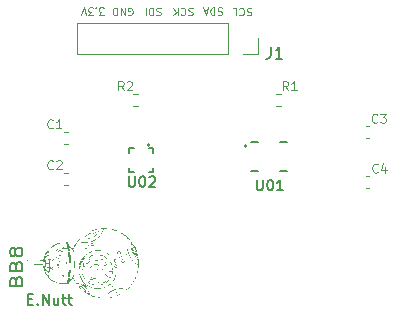
<source format=gbr>
%TF.GenerationSoftware,KiCad,Pcbnew,(6.0.7)*%
%TF.CreationDate,2023-01-24T00:42:55-08:00*%
%TF.ProjectId,Sensors,53656e73-6f72-4732-9e6b-696361645f70,rev?*%
%TF.SameCoordinates,Original*%
%TF.FileFunction,Legend,Top*%
%TF.FilePolarity,Positive*%
%FSLAX46Y46*%
G04 Gerber Fmt 4.6, Leading zero omitted, Abs format (unit mm)*
G04 Created by KiCad (PCBNEW (6.0.7)) date 2023-01-24 00:42:55*
%MOMM*%
%LPD*%
G01*
G04 APERTURE LIST*
%ADD10C,0.101600*%
%ADD11C,0.152400*%
%ADD12C,0.127000*%
%ADD13C,0.006350*%
%ADD14C,0.150000*%
%ADD15C,0.120000*%
G04 APERTURE END LIST*
D10*
X94994940Y-47529914D02*
X94601845Y-47529914D01*
X94813512Y-47288009D01*
X94722798Y-47288009D01*
X94662321Y-47257771D01*
X94632083Y-47227533D01*
X94601845Y-47167056D01*
X94601845Y-47015866D01*
X94632083Y-46955390D01*
X94662321Y-46925152D01*
X94722798Y-46894914D01*
X94904226Y-46894914D01*
X94964702Y-46925152D01*
X94994940Y-46955390D01*
X94329702Y-46955390D02*
X94299464Y-46925152D01*
X94329702Y-46894914D01*
X94359940Y-46925152D01*
X94329702Y-46955390D01*
X94329702Y-46894914D01*
X94087798Y-47529914D02*
X93694702Y-47529914D01*
X93906369Y-47288009D01*
X93815655Y-47288009D01*
X93755179Y-47257771D01*
X93724940Y-47227533D01*
X93694702Y-47167056D01*
X93694702Y-47015866D01*
X93724940Y-46955390D01*
X93755179Y-46925152D01*
X93815655Y-46894914D01*
X93997083Y-46894914D01*
X94057560Y-46925152D01*
X94087798Y-46955390D01*
X93513274Y-47529914D02*
X93301607Y-46894914D01*
X93089940Y-47529914D01*
X105019658Y-46925152D02*
X104928944Y-46894914D01*
X104777753Y-46894914D01*
X104717277Y-46925152D01*
X104687039Y-46955390D01*
X104656801Y-47015866D01*
X104656801Y-47076342D01*
X104687039Y-47136818D01*
X104717277Y-47167056D01*
X104777753Y-47197295D01*
X104898706Y-47227533D01*
X104959182Y-47257771D01*
X104989420Y-47288009D01*
X105019658Y-47348485D01*
X105019658Y-47408961D01*
X104989420Y-47469437D01*
X104959182Y-47499676D01*
X104898706Y-47529914D01*
X104747515Y-47529914D01*
X104656801Y-47499676D01*
X104384658Y-46894914D02*
X104384658Y-47529914D01*
X104233467Y-47529914D01*
X104142753Y-47499676D01*
X104082277Y-47439199D01*
X104052039Y-47378723D01*
X104021801Y-47257771D01*
X104021801Y-47167056D01*
X104052039Y-47046104D01*
X104082277Y-46985628D01*
X104142753Y-46925152D01*
X104233467Y-46894914D01*
X104384658Y-46894914D01*
X103779896Y-47076342D02*
X103477515Y-47076342D01*
X103840372Y-46894914D02*
X103628706Y-47529914D01*
X103417039Y-46894914D01*
X97099610Y-47541614D02*
X97160086Y-47571852D01*
X97250801Y-47571852D01*
X97341515Y-47541614D01*
X97401991Y-47481137D01*
X97432229Y-47420661D01*
X97462467Y-47299709D01*
X97462467Y-47208994D01*
X97432229Y-47088042D01*
X97401991Y-47027566D01*
X97341515Y-46967090D01*
X97250801Y-46936852D01*
X97190324Y-46936852D01*
X97099610Y-46967090D01*
X97069372Y-46997328D01*
X97069372Y-47208994D01*
X97190324Y-47208994D01*
X96797229Y-46936852D02*
X96797229Y-47571852D01*
X96434372Y-46936852D01*
X96434372Y-47571852D01*
X96131991Y-46936852D02*
X96131991Y-47571852D01*
X95980801Y-47571852D01*
X95890086Y-47541614D01*
X95829610Y-47481137D01*
X95799372Y-47420661D01*
X95769134Y-47299709D01*
X95769134Y-47208994D01*
X95799372Y-47088042D01*
X95829610Y-47027566D01*
X95890086Y-46967090D01*
X95980801Y-46936852D01*
X96131991Y-46936852D01*
D11*
X87585932Y-70023543D02*
X87634313Y-69842115D01*
X87682694Y-69781638D01*
X87779456Y-69721162D01*
X87924599Y-69721162D01*
X88021361Y-69781638D01*
X88069742Y-69842115D01*
X88118123Y-69963067D01*
X88118123Y-70446876D01*
X87102123Y-70446876D01*
X87102123Y-70023543D01*
X87150504Y-69902591D01*
X87198884Y-69842115D01*
X87295646Y-69781638D01*
X87392408Y-69781638D01*
X87489170Y-69842115D01*
X87537551Y-69902591D01*
X87585932Y-70023543D01*
X87585932Y-70446876D01*
X87585932Y-68753543D02*
X87634313Y-68572115D01*
X87682694Y-68511638D01*
X87779456Y-68451162D01*
X87924599Y-68451162D01*
X88021361Y-68511638D01*
X88069742Y-68572115D01*
X88118123Y-68693067D01*
X88118123Y-69176876D01*
X87102123Y-69176876D01*
X87102123Y-68753543D01*
X87150504Y-68632591D01*
X87198884Y-68572115D01*
X87295646Y-68511638D01*
X87392408Y-68511638D01*
X87489170Y-68572115D01*
X87537551Y-68632591D01*
X87585932Y-68753543D01*
X87585932Y-69176876D01*
X87537551Y-67725448D02*
X87489170Y-67846400D01*
X87440789Y-67906876D01*
X87344027Y-67967353D01*
X87295646Y-67967353D01*
X87198884Y-67906876D01*
X87150504Y-67846400D01*
X87102123Y-67725448D01*
X87102123Y-67483543D01*
X87150504Y-67362591D01*
X87198884Y-67302115D01*
X87295646Y-67241638D01*
X87344027Y-67241638D01*
X87440789Y-67302115D01*
X87489170Y-67362591D01*
X87537551Y-67483543D01*
X87537551Y-67725448D01*
X87585932Y-67846400D01*
X87634313Y-67906876D01*
X87731075Y-67967353D01*
X87924599Y-67967353D01*
X88021361Y-67906876D01*
X88069742Y-67846400D01*
X88118123Y-67725448D01*
X88118123Y-67483543D01*
X88069742Y-67362591D01*
X88021361Y-67302115D01*
X87924599Y-67241638D01*
X87731075Y-67241638D01*
X87634313Y-67302115D01*
X87585932Y-67362591D01*
X87537551Y-67483543D01*
D12*
X88608427Y-71603869D02*
X88904760Y-71603869D01*
X89031760Y-72069535D02*
X88608427Y-72069535D01*
X88608427Y-71180535D01*
X89031760Y-71180535D01*
X89412760Y-71984869D02*
X89455093Y-72027202D01*
X89412760Y-72069535D01*
X89370427Y-72027202D01*
X89412760Y-71984869D01*
X89412760Y-72069535D01*
X89836093Y-72069535D02*
X89836093Y-71180535D01*
X90344093Y-72069535D01*
X90344093Y-71180535D01*
X91148427Y-71476869D02*
X91148427Y-72069535D01*
X90767427Y-71476869D02*
X90767427Y-71942535D01*
X90809760Y-72027202D01*
X90894427Y-72069535D01*
X91021427Y-72069535D01*
X91106093Y-72027202D01*
X91148427Y-71984869D01*
X91444760Y-71476869D02*
X91783427Y-71476869D01*
X91571760Y-71180535D02*
X91571760Y-71942535D01*
X91614093Y-72027202D01*
X91698760Y-72069535D01*
X91783427Y-72069535D01*
X91952760Y-71476869D02*
X92291427Y-71476869D01*
X92079760Y-71180535D02*
X92079760Y-71942535D01*
X92122093Y-72027202D01*
X92206760Y-72069535D01*
X92291427Y-72069535D01*
D10*
X99826001Y-46951777D02*
X99734572Y-46921301D01*
X99582191Y-46921301D01*
X99521239Y-46951777D01*
X99490763Y-46982253D01*
X99460286Y-47043205D01*
X99460286Y-47104158D01*
X99490763Y-47165110D01*
X99521239Y-47195586D01*
X99582191Y-47226063D01*
X99704096Y-47256539D01*
X99765048Y-47287015D01*
X99795524Y-47317491D01*
X99826001Y-47378444D01*
X99826001Y-47439396D01*
X99795524Y-47500348D01*
X99765048Y-47530825D01*
X99704096Y-47561301D01*
X99551715Y-47561301D01*
X99460286Y-47530825D01*
X99186001Y-46921301D02*
X99186001Y-47561301D01*
X99033620Y-47561301D01*
X98942191Y-47530825D01*
X98881239Y-47469872D01*
X98850763Y-47408920D01*
X98820286Y-47287015D01*
X98820286Y-47195586D01*
X98850763Y-47073682D01*
X98881239Y-47012729D01*
X98942191Y-46951777D01*
X99033620Y-46921301D01*
X99186001Y-46921301D01*
X98546001Y-46921301D02*
X98546001Y-47561301D01*
X107499873Y-46967090D02*
X107409159Y-46936852D01*
X107257968Y-46936852D01*
X107197492Y-46967090D01*
X107167254Y-46997328D01*
X107137016Y-47057804D01*
X107137016Y-47118280D01*
X107167254Y-47178756D01*
X107197492Y-47208994D01*
X107257968Y-47239233D01*
X107378921Y-47269471D01*
X107439397Y-47299709D01*
X107469635Y-47329947D01*
X107499873Y-47390423D01*
X107499873Y-47450899D01*
X107469635Y-47511375D01*
X107439397Y-47541614D01*
X107378921Y-47571852D01*
X107227730Y-47571852D01*
X107137016Y-47541614D01*
X106502016Y-46997328D02*
X106532254Y-46967090D01*
X106622968Y-46936852D01*
X106683444Y-46936852D01*
X106774159Y-46967090D01*
X106834635Y-47027566D01*
X106864873Y-47088042D01*
X106895111Y-47208994D01*
X106895111Y-47299709D01*
X106864873Y-47420661D01*
X106834635Y-47481137D01*
X106774159Y-47541614D01*
X106683444Y-47571852D01*
X106622968Y-47571852D01*
X106532254Y-47541614D01*
X106502016Y-47511375D01*
X105927492Y-46936852D02*
X106229873Y-46936852D01*
X106229873Y-47571852D01*
X102537882Y-46937797D02*
X102446453Y-46907321D01*
X102294072Y-46907321D01*
X102233120Y-46937797D01*
X102202644Y-46968273D01*
X102172167Y-47029225D01*
X102172167Y-47090178D01*
X102202644Y-47151130D01*
X102233120Y-47181606D01*
X102294072Y-47212083D01*
X102415977Y-47242559D01*
X102476929Y-47273035D01*
X102507405Y-47303511D01*
X102537882Y-47364464D01*
X102537882Y-47425416D01*
X102507405Y-47486368D01*
X102476929Y-47516845D01*
X102415977Y-47547321D01*
X102263596Y-47547321D01*
X102172167Y-47516845D01*
X101532167Y-46968273D02*
X101562644Y-46937797D01*
X101654072Y-46907321D01*
X101715025Y-46907321D01*
X101806453Y-46937797D01*
X101867405Y-46998749D01*
X101897882Y-47059702D01*
X101928358Y-47181606D01*
X101928358Y-47273035D01*
X101897882Y-47394940D01*
X101867405Y-47455892D01*
X101806453Y-47516845D01*
X101715025Y-47547321D01*
X101654072Y-47547321D01*
X101562644Y-47516845D01*
X101532167Y-47486368D01*
X101257882Y-46907321D02*
X101257882Y-47547321D01*
X100892167Y-46907321D02*
X101166453Y-47273035D01*
X100892167Y-47547321D02*
X101257882Y-47181606D01*
D13*
%TO.C,G\u002A\u002A\u002A*%
X93223277Y-68599144D02*
X93222067Y-68601563D01*
X93222067Y-68605191D01*
X93223277Y-68608820D01*
X93225696Y-68611239D01*
X93228115Y-68612448D01*
X93232953Y-68613658D01*
X93236581Y-68613658D01*
X93241419Y-68612448D01*
X93243838Y-68611239D01*
X93246257Y-68608820D01*
X93247467Y-68605191D01*
X93247467Y-68602772D01*
X93246257Y-68599144D01*
X93245048Y-68597934D01*
X93236581Y-68597934D01*
X93236581Y-68602772D01*
X93222067Y-68583420D02*
X93228115Y-68583420D01*
X93225696Y-68589468D02*
X93228115Y-68583420D01*
X93225696Y-68577372D01*
X93232953Y-68587048D02*
X93228115Y-68583420D01*
X93232953Y-68579791D01*
X93222067Y-68564068D02*
X93228115Y-68564068D01*
X93225696Y-68570115D02*
X93228115Y-68564068D01*
X93225696Y-68558020D01*
X93232953Y-68567696D02*
X93228115Y-68564068D01*
X93232953Y-68560439D01*
X93222067Y-68544715D02*
X93228115Y-68544715D01*
X93225696Y-68550763D02*
X93228115Y-68544715D01*
X93225696Y-68538668D01*
X93232953Y-68548344D02*
X93228115Y-68544715D01*
X93232953Y-68541087D01*
D10*
%TO.C,C4*%
X118208773Y-60807065D02*
X118172487Y-60843351D01*
X118063630Y-60879637D01*
X117991058Y-60879637D01*
X117882201Y-60843351D01*
X117809630Y-60770780D01*
X117773344Y-60698208D01*
X117737058Y-60553065D01*
X117737058Y-60444208D01*
X117773344Y-60299065D01*
X117809630Y-60226494D01*
X117882201Y-60153923D01*
X117991058Y-60117637D01*
X118063630Y-60117637D01*
X118172487Y-60153923D01*
X118208773Y-60190208D01*
X118861915Y-60371637D02*
X118861915Y-60879637D01*
X118680487Y-60081351D02*
X118499058Y-60625637D01*
X118970773Y-60625637D01*
%TO.C,C1*%
X90693040Y-57067203D02*
X90656754Y-57103489D01*
X90547897Y-57139775D01*
X90475325Y-57139775D01*
X90366468Y-57103489D01*
X90293897Y-57030918D01*
X90257611Y-56958346D01*
X90221325Y-56813203D01*
X90221325Y-56704346D01*
X90257611Y-56559203D01*
X90293897Y-56486632D01*
X90366468Y-56414061D01*
X90475325Y-56377775D01*
X90547897Y-56377775D01*
X90656754Y-56414061D01*
X90693040Y-56450346D01*
X91418754Y-57139775D02*
X90983325Y-57139775D01*
X91201040Y-57139775D02*
X91201040Y-56377775D01*
X91128468Y-56486632D01*
X91055897Y-56559203D01*
X90983325Y-56595489D01*
%TO.C,C2*%
X90714080Y-60540693D02*
X90677794Y-60576979D01*
X90568937Y-60613265D01*
X90496365Y-60613265D01*
X90387508Y-60576979D01*
X90314937Y-60504408D01*
X90278651Y-60431836D01*
X90242365Y-60286693D01*
X90242365Y-60177836D01*
X90278651Y-60032693D01*
X90314937Y-59960122D01*
X90387508Y-59887551D01*
X90496365Y-59851265D01*
X90568937Y-59851265D01*
X90677794Y-59887551D01*
X90714080Y-59923836D01*
X91004365Y-59923836D02*
X91040651Y-59887551D01*
X91113222Y-59851265D01*
X91294651Y-59851265D01*
X91367222Y-59887551D01*
X91403508Y-59923836D01*
X91439794Y-59996408D01*
X91439794Y-60068979D01*
X91403508Y-60177836D01*
X90968080Y-60613265D01*
X91439794Y-60613265D01*
D12*
%TO.C,U02*%
X97112299Y-61178153D02*
X97112299Y-61897820D01*
X97154632Y-61982487D01*
X97196966Y-62024820D01*
X97281632Y-62067153D01*
X97450966Y-62067153D01*
X97535632Y-62024820D01*
X97577966Y-61982487D01*
X97620299Y-61897820D01*
X97620299Y-61178153D01*
X98212966Y-61178153D02*
X98297632Y-61178153D01*
X98382299Y-61220487D01*
X98424632Y-61262820D01*
X98466966Y-61347487D01*
X98509299Y-61516820D01*
X98509299Y-61728487D01*
X98466966Y-61897820D01*
X98424632Y-61982487D01*
X98382299Y-62024820D01*
X98297632Y-62067153D01*
X98212966Y-62067153D01*
X98128299Y-62024820D01*
X98085966Y-61982487D01*
X98043632Y-61897820D01*
X98001299Y-61728487D01*
X98001299Y-61516820D01*
X98043632Y-61347487D01*
X98085966Y-61262820D01*
X98128299Y-61220487D01*
X98212966Y-61178153D01*
X98847966Y-61262820D02*
X98890299Y-61220487D01*
X98974966Y-61178153D01*
X99186632Y-61178153D01*
X99271299Y-61220487D01*
X99313632Y-61262820D01*
X99355966Y-61347487D01*
X99355966Y-61432153D01*
X99313632Y-61559153D01*
X98805632Y-62067153D01*
X99355966Y-62067153D01*
D14*
%TO.C,J1*%
X109136582Y-50220287D02*
X109136582Y-50934573D01*
X109088963Y-51077430D01*
X108993725Y-51172668D01*
X108850868Y-51220287D01*
X108755630Y-51220287D01*
X110136582Y-51220287D02*
X109565154Y-51220287D01*
X109850868Y-51220287D02*
X109850868Y-50220287D01*
X109755630Y-50363145D01*
X109660392Y-50458383D01*
X109565154Y-50506002D01*
D10*
%TO.C,C3*%
X118165122Y-56599351D02*
X118128836Y-56635637D01*
X118019979Y-56671923D01*
X117947407Y-56671923D01*
X117838550Y-56635637D01*
X117765979Y-56563066D01*
X117729693Y-56490494D01*
X117693407Y-56345351D01*
X117693407Y-56236494D01*
X117729693Y-56091351D01*
X117765979Y-56018780D01*
X117838550Y-55946209D01*
X117947407Y-55909923D01*
X118019979Y-55909923D01*
X118128836Y-55946209D01*
X118165122Y-55982494D01*
X118419122Y-55909923D02*
X118890836Y-55909923D01*
X118636836Y-56200209D01*
X118745693Y-56200209D01*
X118818264Y-56236494D01*
X118854550Y-56272780D01*
X118890836Y-56345351D01*
X118890836Y-56526780D01*
X118854550Y-56599351D01*
X118818264Y-56635637D01*
X118745693Y-56671923D01*
X118527979Y-56671923D01*
X118455407Y-56635637D01*
X118419122Y-56599351D01*
%TO.C,R1*%
X110604772Y-53909459D02*
X110350772Y-53546602D01*
X110169343Y-53909459D02*
X110169343Y-53147459D01*
X110459629Y-53147459D01*
X110532200Y-53183745D01*
X110568486Y-53220030D01*
X110604772Y-53292602D01*
X110604772Y-53401459D01*
X110568486Y-53474030D01*
X110532200Y-53510316D01*
X110459629Y-53546602D01*
X110169343Y-53546602D01*
X111330486Y-53909459D02*
X110895057Y-53909459D01*
X111112772Y-53909459D02*
X111112772Y-53147459D01*
X111040200Y-53256316D01*
X110967629Y-53328887D01*
X110895057Y-53365173D01*
%TO.C,R2*%
X96689618Y-53918982D02*
X96435618Y-53556125D01*
X96254189Y-53918982D02*
X96254189Y-53156982D01*
X96544475Y-53156982D01*
X96617046Y-53193268D01*
X96653332Y-53229553D01*
X96689618Y-53302125D01*
X96689618Y-53410982D01*
X96653332Y-53483553D01*
X96617046Y-53519839D01*
X96544475Y-53556125D01*
X96254189Y-53556125D01*
X96979903Y-53229553D02*
X97016189Y-53193268D01*
X97088760Y-53156982D01*
X97270189Y-53156982D01*
X97342760Y-53193268D01*
X97379046Y-53229553D01*
X97415332Y-53302125D01*
X97415332Y-53374696D01*
X97379046Y-53483553D01*
X96943618Y-53918982D01*
X97415332Y-53918982D01*
D12*
%TO.C,U01*%
X107976469Y-61472174D02*
X107976469Y-62191841D01*
X108018802Y-62276508D01*
X108061136Y-62318841D01*
X108145802Y-62361174D01*
X108315136Y-62361174D01*
X108399802Y-62318841D01*
X108442136Y-62276508D01*
X108484469Y-62191841D01*
X108484469Y-61472174D01*
X109077136Y-61472174D02*
X109161802Y-61472174D01*
X109246469Y-61514508D01*
X109288802Y-61556841D01*
X109331136Y-61641508D01*
X109373469Y-61810841D01*
X109373469Y-62022508D01*
X109331136Y-62191841D01*
X109288802Y-62276508D01*
X109246469Y-62318841D01*
X109161802Y-62361174D01*
X109077136Y-62361174D01*
X108992469Y-62318841D01*
X108950136Y-62276508D01*
X108907802Y-62191841D01*
X108865469Y-62022508D01*
X108865469Y-61810841D01*
X108907802Y-61641508D01*
X108950136Y-61556841D01*
X108992469Y-61514508D01*
X109077136Y-61472174D01*
X110220136Y-62361174D02*
X109712136Y-62361174D01*
X109966136Y-62361174D02*
X109966136Y-61472174D01*
X109881469Y-61599174D01*
X109796802Y-61683841D01*
X109712136Y-61726174D01*
%TO.C,G\u002A\u002A\u002A*%
G36*
X90618027Y-68606184D02*
G01*
X90593764Y-68561814D01*
X90592240Y-68514360D01*
X90606963Y-68514360D01*
X90610138Y-68543640D01*
X90623591Y-68568748D01*
X90645848Y-68596547D01*
X90668880Y-68604219D01*
X90702504Y-68593289D01*
X90721338Y-68583937D01*
X90756904Y-68552367D01*
X90781350Y-68505831D01*
X90792308Y-68454016D01*
X90787408Y-68406606D01*
X90771406Y-68379267D01*
X90733812Y-68357850D01*
X90694605Y-68362899D01*
X90657788Y-68392002D01*
X90627366Y-68442752D01*
X90616741Y-68472306D01*
X90606963Y-68514360D01*
X90592240Y-68514360D01*
X90591847Y-68502106D01*
X90612293Y-68430872D01*
X90617099Y-68419849D01*
X90653062Y-68364410D01*
X90695046Y-68334279D01*
X90737623Y-68327957D01*
X90775366Y-68343947D01*
X90802847Y-68380751D01*
X90814637Y-68436872D01*
X90812685Y-68473815D01*
X90793555Y-68545876D01*
X90758876Y-68596775D01*
X90734346Y-68614231D01*
X90686565Y-68632821D01*
X90668880Y-68631308D01*
X90650197Y-68629709D01*
X90618027Y-68606184D01*
G37*
G36*
X91095145Y-68749643D02*
G01*
X91076029Y-68707791D01*
X91074843Y-68695336D01*
X91094762Y-68695336D01*
X91116532Y-68728916D01*
X91136591Y-68744304D01*
X91161782Y-68749984D01*
X91190746Y-68731989D01*
X91191409Y-68731391D01*
X91216293Y-68696379D01*
X91215446Y-68664946D01*
X91190473Y-68643554D01*
X91168308Y-68638525D01*
X91122651Y-68643468D01*
X91097468Y-68664629D01*
X91094762Y-68695336D01*
X91074843Y-68695336D01*
X91073962Y-68686082D01*
X91086543Y-68648321D01*
X91117880Y-68620432D01*
X91158363Y-68606567D01*
X91198383Y-68610876D01*
X91218096Y-68623833D01*
X91233177Y-68656621D01*
X91233975Y-68700564D01*
X91221453Y-68741661D01*
X91208849Y-68758334D01*
X91168750Y-68778768D01*
X91161782Y-68778045D01*
X91128451Y-68774587D01*
X91095145Y-68749643D01*
G37*
G36*
X91322099Y-67907493D02*
G01*
X91309064Y-67907573D01*
X91256692Y-67905576D01*
X91221843Y-67896987D01*
X91192750Y-67877913D01*
X91177552Y-67864061D01*
X91130140Y-67801022D01*
X91108517Y-67730145D01*
X91111185Y-67696628D01*
X91132792Y-67696628D01*
X91141439Y-67768952D01*
X91169017Y-67822004D01*
X91209640Y-67856035D01*
X91275490Y-67881778D01*
X91340845Y-67882641D01*
X91400092Y-67861549D01*
X91447616Y-67821429D01*
X91477803Y-67765206D01*
X91485701Y-67712180D01*
X91480020Y-67662867D01*
X91465847Y-67619752D01*
X91461529Y-67612152D01*
X91416012Y-67564884D01*
X91360134Y-67539126D01*
X91299847Y-67533348D01*
X91241105Y-67546021D01*
X91189858Y-67575616D01*
X91152060Y-67620603D01*
X91133663Y-67679451D01*
X91132792Y-67696628D01*
X91111185Y-67696628D01*
X91114335Y-67657044D01*
X91115428Y-67653257D01*
X91137747Y-67605688D01*
X91171142Y-67560500D01*
X91177552Y-67553981D01*
X91208033Y-67528566D01*
X91238682Y-67515484D01*
X91281267Y-67510842D01*
X91309064Y-67510469D01*
X91363214Y-67512849D01*
X91399399Y-67522174D01*
X91428841Y-67541721D01*
X91435008Y-67547237D01*
X91485907Y-67610942D01*
X91510095Y-67681367D01*
X91506570Y-67754416D01*
X91494428Y-67789913D01*
X91469234Y-67831390D01*
X91435715Y-67870129D01*
X91434988Y-67870804D01*
X91405562Y-67892827D01*
X91371671Y-67903965D01*
X91340845Y-67906159D01*
X91322099Y-67907493D01*
G37*
G36*
X91353465Y-69559934D02*
G01*
X91330557Y-69539766D01*
X91327109Y-69510700D01*
X91338698Y-69510700D01*
X91349624Y-69529219D01*
X91372853Y-69531653D01*
X91387724Y-69522956D01*
X91397146Y-69501967D01*
X91380554Y-69489784D01*
X91368114Y-69488639D01*
X91344158Y-69497835D01*
X91338698Y-69510700D01*
X91327109Y-69510700D01*
X91326683Y-69507107D01*
X91336023Y-69476772D01*
X91359803Y-69466855D01*
X91368114Y-69466577D01*
X91396376Y-69473026D01*
X91408243Y-69497981D01*
X91409544Y-69507107D01*
X91405344Y-69543576D01*
X91391160Y-69556480D01*
X91372853Y-69558157D01*
X91353465Y-69559934D01*
G37*
G36*
X90960267Y-68996823D02*
G01*
X90874454Y-68992877D01*
X90797828Y-68975065D01*
X90770571Y-68963117D01*
X90701770Y-68914155D01*
X90637704Y-68846423D01*
X90587143Y-68770288D01*
X90565508Y-68720708D01*
X90545230Y-68619645D01*
X90547278Y-68568901D01*
X90563753Y-68568901D01*
X90574407Y-68672171D01*
X90612798Y-68770337D01*
X90645885Y-68821180D01*
X90718122Y-68895636D01*
X90800228Y-68944997D01*
X90888212Y-68970114D01*
X90978081Y-68971836D01*
X91065846Y-68951014D01*
X91147512Y-68908496D01*
X91219090Y-68845133D01*
X91276587Y-68761776D01*
X91310237Y-68679722D01*
X91322028Y-68595991D01*
X91311469Y-68500597D01*
X91302074Y-68464184D01*
X91259403Y-68368535D01*
X91195045Y-68288770D01*
X91113309Y-68228663D01*
X91018507Y-68191983D01*
X90983451Y-68185434D01*
X90895172Y-68187094D01*
X90805659Y-68212755D01*
X90722911Y-68258491D01*
X90654931Y-68320376D01*
X90626239Y-68360717D01*
X90580981Y-68463944D01*
X90563753Y-68568901D01*
X90547278Y-68568901D01*
X90549262Y-68519745D01*
X90574860Y-68424722D01*
X90619280Y-68338294D01*
X90679776Y-68264176D01*
X90753604Y-68206086D01*
X90838018Y-68167738D01*
X90930275Y-68152850D01*
X90982667Y-68155912D01*
X91082420Y-68183404D01*
X91169264Y-68234226D01*
X91240825Y-68304246D01*
X91294728Y-68389330D01*
X91328600Y-68485344D01*
X91340065Y-68588155D01*
X91326749Y-68693629D01*
X91314614Y-68733783D01*
X91281213Y-68798605D01*
X91229695Y-68865506D01*
X91168796Y-68924564D01*
X91112617Y-68963117D01*
X91043558Y-68986903D01*
X90978081Y-68994701D01*
X90960267Y-68996823D01*
G37*
G36*
X91181661Y-67943080D02*
G01*
X91112307Y-67894891D01*
X91064516Y-67831259D01*
X91039124Y-67757609D01*
X91037635Y-67703697D01*
X91057962Y-67703697D01*
X91070196Y-67776845D01*
X91106471Y-67845519D01*
X91166672Y-67904535D01*
X91175763Y-67910900D01*
X91220697Y-67933497D01*
X91274754Y-67943267D01*
X91309283Y-67944342D01*
X91393337Y-67933080D01*
X91462197Y-67897814D01*
X91519993Y-67836321D01*
X91525870Y-67827834D01*
X91552493Y-67764440D01*
X91558674Y-67690491D01*
X91543918Y-67617050D01*
X91536160Y-67598492D01*
X91492624Y-67538714D01*
X91430944Y-67496239D01*
X91357865Y-67472697D01*
X91280135Y-67469718D01*
X91204500Y-67488931D01*
X91166687Y-67509250D01*
X91106091Y-67564715D01*
X91069888Y-67631259D01*
X91057962Y-67703697D01*
X91037635Y-67703697D01*
X91036963Y-67679369D01*
X91058868Y-67601965D01*
X91105673Y-67530822D01*
X91116527Y-67519380D01*
X91184536Y-67468821D01*
X91258160Y-67443159D01*
X91333239Y-67439978D01*
X91405610Y-67456863D01*
X91471112Y-67491396D01*
X91525583Y-67541162D01*
X91564861Y-67603743D01*
X91584785Y-67676725D01*
X91581193Y-67757690D01*
X91574310Y-67785179D01*
X91537801Y-67859182D01*
X91481214Y-67916408D01*
X91410021Y-67954655D01*
X91329695Y-67971722D01*
X91309283Y-67970188D01*
X91245705Y-67965411D01*
X91181661Y-67943080D01*
G37*
G36*
X91792138Y-68561836D02*
G01*
X91791705Y-68561256D01*
X91773841Y-68518577D01*
X91774578Y-68513959D01*
X91796256Y-68513959D01*
X91803565Y-68543676D01*
X91832429Y-68568439D01*
X91868617Y-68574073D01*
X91902358Y-68562616D01*
X91923878Y-68536105D01*
X91927002Y-68517938D01*
X91916394Y-68486816D01*
X91905750Y-68474487D01*
X91871997Y-68460443D01*
X91837347Y-68465827D01*
X91809524Y-68485410D01*
X91796256Y-68513959D01*
X91774578Y-68513959D01*
X91780100Y-68479333D01*
X91805255Y-68448965D01*
X91844082Y-68432912D01*
X91891356Y-68436615D01*
X91906025Y-68442218D01*
X91932938Y-68468669D01*
X91942826Y-68508732D01*
X91935116Y-68551638D01*
X91913507Y-68583025D01*
X91873254Y-68602657D01*
X91868617Y-68601847D01*
X91830733Y-68595225D01*
X91792138Y-68561836D01*
G37*
G36*
X93307704Y-70377295D02*
G01*
X93283265Y-70371517D01*
X93273428Y-70365429D01*
X93248553Y-70332996D01*
X93243331Y-70304910D01*
X93244417Y-70301110D01*
X93255578Y-70301110D01*
X93261722Y-70329716D01*
X93282787Y-70349147D01*
X93312119Y-70351806D01*
X93332394Y-70341000D01*
X93349858Y-70311620D01*
X93340626Y-70280347D01*
X93320822Y-70262613D01*
X93294789Y-70255269D01*
X93271011Y-70270927D01*
X93255578Y-70301110D01*
X93244417Y-70301110D01*
X93255149Y-70263562D01*
X93273428Y-70244391D01*
X93300209Y-70232199D01*
X93325390Y-70240133D01*
X93335935Y-70247108D01*
X93360886Y-70277182D01*
X93368345Y-70304910D01*
X93356713Y-70340080D01*
X93335935Y-70362712D01*
X93312119Y-70375014D01*
X93307704Y-70377295D01*
G37*
G36*
X93415388Y-67266864D02*
G01*
X93391433Y-67222116D01*
X93386282Y-67186774D01*
X93397760Y-67186774D01*
X93410184Y-67221320D01*
X93440787Y-67255278D01*
X93479564Y-67279635D01*
X93508067Y-67286178D01*
X93555628Y-67273080D01*
X93592450Y-67239167D01*
X93613348Y-67192511D01*
X93613135Y-67141183D01*
X93609238Y-67128730D01*
X93590452Y-67105737D01*
X93557632Y-67082969D01*
X93556251Y-67082246D01*
X93517330Y-67067918D01*
X93482150Y-67072433D01*
X93471696Y-67076430D01*
X93431498Y-67106770D01*
X93404257Y-67152596D01*
X93397760Y-67186774D01*
X93386282Y-67186774D01*
X93384028Y-67171312D01*
X93394180Y-67121139D01*
X93422894Y-67078285D01*
X93469624Y-67049967D01*
X93519201Y-67045749D01*
X93569947Y-67061255D01*
X93609261Y-67091887D01*
X93617216Y-67103846D01*
X93631173Y-67154976D01*
X93628001Y-67212244D01*
X93616098Y-67245732D01*
X93578871Y-67290958D01*
X93529193Y-67310347D01*
X93508933Y-67311448D01*
X93508067Y-67311246D01*
X93454890Y-67298871D01*
X93415388Y-67266864D01*
G37*
G36*
X93451430Y-70513995D02*
G01*
X93444752Y-70483663D01*
X93456591Y-70483663D01*
X93468840Y-70506458D01*
X93497624Y-70516633D01*
X93522775Y-70512851D01*
X93541421Y-70493031D01*
X93542528Y-70464369D01*
X93526458Y-70441363D01*
X93520911Y-70438598D01*
X93489416Y-70439794D01*
X93463947Y-70460499D01*
X93456591Y-70483663D01*
X93444752Y-70483663D01*
X93441883Y-70470632D01*
X93453991Y-70433292D01*
X93484121Y-70412248D01*
X93522983Y-70412872D01*
X93533806Y-70417472D01*
X93553051Y-70441921D01*
X93559238Y-70479415D01*
X93551374Y-70516172D01*
X93541895Y-70529936D01*
X93508346Y-70547993D01*
X93497624Y-70545786D01*
X93475888Y-70541313D01*
X93451430Y-70513995D01*
G37*
G36*
X95340993Y-70896496D02*
G01*
X95301198Y-70876366D01*
X95273708Y-70838926D01*
X95265624Y-70797614D01*
X95269026Y-70784332D01*
X95283240Y-70784332D01*
X95288439Y-70821322D01*
X95318672Y-70855053D01*
X95350120Y-70874653D01*
X95375889Y-70874289D01*
X95388533Y-70868626D01*
X95429261Y-70836706D01*
X95441590Y-70799806D01*
X95425069Y-70759746D01*
X95417774Y-70750972D01*
X95379238Y-70727152D01*
X95336029Y-70730286D01*
X95307228Y-70748417D01*
X95283240Y-70784332D01*
X95269026Y-70784332D01*
X95277934Y-70749547D01*
X95309679Y-70712582D01*
X95353082Y-70695094D01*
X95361223Y-70694661D01*
X95405857Y-70707918D01*
X95440181Y-70742105D01*
X95456420Y-70788847D01*
X95456822Y-70797614D01*
X95446849Y-70840799D01*
X95427407Y-70871152D01*
X95385570Y-70895898D01*
X95350120Y-70896374D01*
X95340993Y-70896496D01*
G37*
G36*
X93587210Y-68624073D02*
G01*
X93563969Y-68603965D01*
X93532664Y-68558766D01*
X93528757Y-68552487D01*
X93509304Y-68515311D01*
X93508451Y-68506475D01*
X93526497Y-68506475D01*
X93529433Y-68515941D01*
X93551609Y-68554419D01*
X93569778Y-68574805D01*
X93589573Y-68576497D01*
X93616631Y-68558893D01*
X93656588Y-68521390D01*
X93678068Y-68500061D01*
X93741661Y-68442668D01*
X93802473Y-68398540D01*
X93842610Y-68377272D01*
X93882100Y-68360590D01*
X93907431Y-68348784D01*
X93912471Y-68345517D01*
X93906670Y-68331625D01*
X93891805Y-68299800D01*
X93880662Y-68276649D01*
X93848799Y-68211065D01*
X93778252Y-68246813D01*
X93715663Y-68284174D01*
X93655828Y-68329847D01*
X93602871Y-68379373D01*
X93560915Y-68428293D01*
X93534083Y-68472147D01*
X93526497Y-68506475D01*
X93508451Y-68506475D01*
X93506538Y-68486644D01*
X93514798Y-68460612D01*
X93539245Y-68419578D01*
X93578464Y-68373593D01*
X93627708Y-68326225D01*
X93682228Y-68281040D01*
X93737278Y-68241604D01*
X93788112Y-68211484D01*
X93829981Y-68194246D01*
X93858138Y-68193458D01*
X93864181Y-68198116D01*
X93880313Y-68223715D01*
X93901053Y-68261998D01*
X93921496Y-68303136D01*
X93936733Y-68337297D01*
X93941941Y-68353901D01*
X93929448Y-68365112D01*
X93896915Y-68382775D01*
X93857680Y-68400374D01*
X93786517Y-68437959D01*
X93717756Y-68488292D01*
X93660118Y-68544102D01*
X93623683Y-68595431D01*
X93605933Y-68620694D01*
X93589573Y-68623647D01*
X93587210Y-68624073D01*
G37*
G36*
X95085810Y-68767381D02*
G01*
X95059534Y-68720892D01*
X95051518Y-68705460D01*
X94995350Y-68602293D01*
X94939946Y-68517418D01*
X94878190Y-68440787D01*
X94821472Y-68380716D01*
X94781900Y-68338780D01*
X94752079Y-68303048D01*
X94738772Y-68282383D01*
X94762595Y-68282383D01*
X94859865Y-68387444D01*
X94898689Y-68433382D01*
X94942151Y-68491192D01*
X94986654Y-68555269D01*
X95028603Y-68620008D01*
X95064402Y-68679804D01*
X95090454Y-68729052D01*
X95103163Y-68762146D01*
X95103840Y-68767712D01*
X95114346Y-68780387D01*
X95141487Y-68777182D01*
X95178694Y-68760299D01*
X95219401Y-68731940D01*
X95225178Y-68727029D01*
X95240858Y-68712516D01*
X95248007Y-68698679D01*
X95246037Y-68678392D01*
X95234359Y-68644528D01*
X95214225Y-68594495D01*
X95187532Y-68532137D01*
X95161361Y-68480694D01*
X95130206Y-68431057D01*
X95088557Y-68374114D01*
X95054903Y-68330959D01*
X94994646Y-68264128D01*
X94939986Y-68224819D01*
X94888416Y-68212275D01*
X94837430Y-68225739D01*
X94797173Y-68253202D01*
X94762595Y-68282383D01*
X94738772Y-68282383D01*
X94737033Y-68279683D01*
X94736151Y-68276087D01*
X94748243Y-68254888D01*
X94778425Y-68228623D01*
X94817555Y-68203347D01*
X94856491Y-68185113D01*
X94881748Y-68179664D01*
X94930403Y-68190686D01*
X94983373Y-68224881D01*
X95042876Y-68283942D01*
X95084259Y-68334093D01*
X95140480Y-68413078D01*
X95190291Y-68496084D01*
X95229768Y-68575653D01*
X95254986Y-68644326D01*
X95260565Y-68669241D01*
X95260284Y-68710534D01*
X95239315Y-68742546D01*
X95233813Y-68747745D01*
X95191733Y-68780355D01*
X95149961Y-68803792D01*
X95120515Y-68812090D01*
X95114346Y-68806303D01*
X95107488Y-68799869D01*
X95085810Y-68767381D01*
G37*
G36*
X94611685Y-70254910D02*
G01*
X94586928Y-70203558D01*
X94570417Y-70167612D01*
X94538689Y-70098552D01*
X94507635Y-70029985D01*
X94481863Y-69972129D01*
X94471472Y-69948251D01*
X94438377Y-69871036D01*
X94336771Y-69871036D01*
X94224979Y-69860030D01*
X94112782Y-69829445D01*
X94013117Y-69782934D01*
X94003291Y-69776886D01*
X93935976Y-69724057D01*
X93868111Y-69653645D01*
X93808605Y-69575917D01*
X93768797Y-69506554D01*
X93737264Y-69410113D01*
X93731985Y-69371848D01*
X93722084Y-69300080D01*
X93722227Y-69290086D01*
X93743389Y-69290086D01*
X93747917Y-69346965D01*
X93769735Y-69448836D01*
X93816526Y-69549336D01*
X93884284Y-69642052D01*
X93969002Y-69720571D01*
X93991333Y-69736537D01*
X94075655Y-69785561D01*
X94162115Y-69817494D01*
X94261147Y-69835670D01*
X94316838Y-69840527D01*
X94449060Y-69848975D01*
X94544806Y-70065766D01*
X94640551Y-70282557D01*
X94684674Y-70274320D01*
X94779962Y-70251100D01*
X94880115Y-70217452D01*
X94976139Y-70177076D01*
X95059040Y-70133669D01*
X95109174Y-70099795D01*
X95152001Y-70060633D01*
X95192994Y-70014298D01*
X95226439Y-69968282D01*
X95246621Y-69930076D01*
X95249997Y-69915159D01*
X95240393Y-69896833D01*
X95213839Y-69862349D01*
X95174191Y-69816348D01*
X95125301Y-69763469D01*
X95115621Y-69753375D01*
X95059911Y-69695503D01*
X95006763Y-69640091D01*
X94962061Y-69593285D01*
X94931686Y-69561229D01*
X94930837Y-69560325D01*
X94880821Y-69506996D01*
X94904085Y-69438473D01*
X94918223Y-69387879D01*
X94926476Y-69341027D01*
X94927349Y-69326745D01*
X94927349Y-69283539D01*
X94335369Y-69286813D01*
X94103724Y-69288094D01*
X93743389Y-69290086D01*
X93722227Y-69290086D01*
X93722544Y-69268025D01*
X93731985Y-69268025D01*
X94089017Y-69268025D01*
X94103724Y-69268025D01*
X94578044Y-69268025D01*
X94568565Y-69220630D01*
X94552115Y-69179883D01*
X94522776Y-69136604D01*
X94512915Y-69125598D01*
X94443474Y-69067945D01*
X94373473Y-69039093D01*
X94300353Y-69038497D01*
X94224592Y-69064126D01*
X94164368Y-69105308D01*
X94122567Y-69158721D01*
X94104208Y-69217573D01*
X94103779Y-69227579D01*
X94103724Y-69268025D01*
X94089017Y-69268025D01*
X94089017Y-69214260D01*
X94103086Y-69151543D01*
X94142742Y-69093654D01*
X94204156Y-69045635D01*
X94225629Y-69034209D01*
X94293802Y-69009013D01*
X94353355Y-69006693D01*
X94414045Y-69027157D01*
X94424200Y-69032372D01*
X94498886Y-69081143D01*
X94553097Y-69135528D01*
X94583556Y-69191681D01*
X94589075Y-69225886D01*
X94589075Y-69268025D01*
X94755761Y-69268025D01*
X94822766Y-69267397D01*
X94878306Y-69265693D01*
X94916176Y-69263180D01*
X94929995Y-69260477D01*
X94933598Y-69239841D01*
X94929509Y-69199206D01*
X94919403Y-69146457D01*
X94904957Y-69089479D01*
X94887847Y-69036157D01*
X94876201Y-69007435D01*
X94814601Y-68906357D01*
X94729973Y-68817737D01*
X94627538Y-68745826D01*
X94512515Y-68694877D01*
X94480971Y-68685530D01*
X94358892Y-68667307D01*
X94238152Y-68675705D01*
X94122421Y-68708249D01*
X94015371Y-68762466D01*
X93920674Y-68835885D01*
X93842000Y-68926030D01*
X93783021Y-69030430D01*
X93747408Y-69146611D01*
X93741822Y-69183456D01*
X93731985Y-69268025D01*
X93722544Y-69268025D01*
X93723698Y-69187606D01*
X93742551Y-69083840D01*
X93750962Y-69057912D01*
X93810549Y-68932128D01*
X93889968Y-68828048D01*
X93989004Y-68745852D01*
X94107440Y-68685722D01*
X94242750Y-68648257D01*
X94365727Y-68639984D01*
X94487095Y-68658768D01*
X94602668Y-68702365D01*
X94708263Y-68768530D01*
X94799695Y-68855020D01*
X94872780Y-68959588D01*
X94891487Y-68996242D01*
X94936179Y-69121433D01*
X94953013Y-69245308D01*
X94943434Y-69356270D01*
X94932915Y-69408829D01*
X94923741Y-69454933D01*
X94919992Y-69473931D01*
X94920113Y-69490192D01*
X94928227Y-69510358D01*
X94946901Y-69537729D01*
X94978706Y-69575607D01*
X95026209Y-69627292D01*
X95091980Y-69696086D01*
X95096560Y-69700827D01*
X95155583Y-69762792D01*
X95206739Y-69818220D01*
X95246750Y-69863417D01*
X95272340Y-69894690D01*
X95280331Y-69907888D01*
X95272702Y-69928758D01*
X95253055Y-69964569D01*
X95234761Y-69993622D01*
X95169064Y-70076118D01*
X95088980Y-70144475D01*
X94990170Y-70201516D01*
X94868298Y-70250065D01*
X94814823Y-70266938D01*
X94742416Y-70288548D01*
X94692258Y-70300735D01*
X94657990Y-70300915D01*
X94640551Y-70290754D01*
X94633252Y-70286501D01*
X94611685Y-70254910D01*
G37*
G36*
X96004397Y-68780479D02*
G01*
X96009084Y-68787220D01*
X96010589Y-68791210D01*
X96000138Y-68802050D01*
X95965567Y-68815912D01*
X95911761Y-68830929D01*
X95898407Y-68834070D01*
X95842993Y-68845512D01*
X95799197Y-68852285D01*
X95774331Y-68853336D01*
X95771590Y-68852315D01*
X95780301Y-68844415D01*
X95811230Y-68831298D01*
X95858213Y-68815487D01*
X95870903Y-68811658D01*
X95932658Y-68793506D01*
X95971769Y-68782804D01*
X95993820Y-68778734D01*
X96004397Y-68780479D01*
G37*
G36*
X94050087Y-67083144D02*
G01*
X94028827Y-67081103D01*
X93973239Y-67055162D01*
X93936357Y-67012697D01*
X93922489Y-66961706D01*
X93942729Y-66961706D01*
X93955656Y-67003856D01*
X93980693Y-67031405D01*
X94026534Y-67057075D01*
X94072787Y-67057847D01*
X94117834Y-67040135D01*
X94161049Y-67006061D01*
X94176669Y-66964640D01*
X94163929Y-66919025D01*
X94151524Y-66901286D01*
X94119242Y-66877154D01*
X94076382Y-66861913D01*
X94074305Y-66861559D01*
X94020747Y-66863937D01*
X93978689Y-66885551D01*
X93951544Y-66920206D01*
X93942729Y-66961706D01*
X93922489Y-66961706D01*
X93922040Y-66960056D01*
X93928831Y-66916552D01*
X93957428Y-66874740D01*
X94004223Y-66844627D01*
X94058679Y-66831623D01*
X94089527Y-66834032D01*
X94139518Y-66858266D01*
X94174303Y-66900659D01*
X94190089Y-66952865D01*
X94183082Y-67006537D01*
X94175313Y-67022819D01*
X94144787Y-67052105D01*
X94098511Y-67074017D01*
X94072787Y-67078865D01*
X94050087Y-67083144D01*
G37*
G36*
X96294670Y-67798373D02*
G01*
X96242612Y-67788004D01*
X96197875Y-67760554D01*
X96165836Y-67719422D01*
X96151873Y-67668006D01*
X96151936Y-67667619D01*
X96169025Y-67667619D01*
X96176126Y-67698069D01*
X96205050Y-67738166D01*
X96249625Y-67761995D01*
X96301488Y-67769330D01*
X96352273Y-67759950D01*
X96393615Y-67733631D01*
X96412713Y-67704383D01*
X96424322Y-67671000D01*
X96423614Y-67646707D01*
X96411194Y-67615735D01*
X96379932Y-67574504D01*
X96337424Y-67553037D01*
X96289752Y-67549204D01*
X96242995Y-67560876D01*
X96203235Y-67585922D01*
X96176551Y-67622212D01*
X96169025Y-67667619D01*
X96151936Y-67667619D01*
X96161360Y-67609704D01*
X96163192Y-67605089D01*
X96197541Y-67557141D01*
X96248246Y-67527700D01*
X96306564Y-67519936D01*
X96358629Y-67534251D01*
X96409742Y-67573876D01*
X96437148Y-67624583D01*
X96439697Y-67680140D01*
X96416237Y-67734314D01*
X96399239Y-67754275D01*
X96348671Y-67788263D01*
X96301488Y-67797097D01*
X96294670Y-67798373D01*
G37*
G36*
X95708023Y-70652662D02*
G01*
X95685520Y-70616132D01*
X95681835Y-70579455D01*
X95696027Y-70579455D01*
X95705323Y-70618266D01*
X95734720Y-70648253D01*
X95773222Y-70657868D01*
X95811886Y-70649152D01*
X95841768Y-70624147D01*
X95853925Y-70584892D01*
X95853927Y-70584354D01*
X95840493Y-70546092D01*
X95817878Y-70524643D01*
X95775983Y-70510564D01*
X95737266Y-70518702D01*
X95708393Y-70543513D01*
X95696027Y-70579455D01*
X95681835Y-70579455D01*
X95680628Y-70567445D01*
X95697926Y-70527547D01*
X95730642Y-70500071D01*
X95772006Y-70488647D01*
X95815249Y-70496907D01*
X95852240Y-70526720D01*
X95876071Y-70562720D01*
X95880087Y-70592715D01*
X95866088Y-70630652D01*
X95865738Y-70631378D01*
X95834626Y-70667463D01*
X95792251Y-70682555D01*
X95773222Y-70680370D01*
X95747192Y-70677380D01*
X95708023Y-70652662D01*
G37*
G36*
X96618327Y-68515799D02*
G01*
X96560258Y-68489881D01*
X96542073Y-68475320D01*
X96509890Y-68440652D01*
X96496427Y-68404803D01*
X96494376Y-68370862D01*
X96494915Y-68365445D01*
X96518757Y-68365445D01*
X96526664Y-68423455D01*
X96557859Y-68465643D01*
X96608894Y-68488446D01*
X96640783Y-68491464D01*
X96700446Y-68479694D01*
X96741996Y-68446756D01*
X96761981Y-68396213D01*
X96762809Y-68365445D01*
X96751362Y-68315550D01*
X96722352Y-68280835D01*
X96719382Y-68278572D01*
X96665344Y-68253454D01*
X96611567Y-68253443D01*
X96564705Y-68275658D01*
X96531410Y-68317220D01*
X96518757Y-68365445D01*
X96494915Y-68365445D01*
X96498937Y-68325061D01*
X96517308Y-68291191D01*
X96542073Y-68266404D01*
X96596620Y-68233803D01*
X96652955Y-68226475D01*
X96705640Y-68241181D01*
X96749236Y-68274682D01*
X96778302Y-68323737D01*
X96787400Y-68385108D01*
X96784523Y-68410806D01*
X96769670Y-68441427D01*
X96740697Y-68474998D01*
X96734297Y-68480667D01*
X96677179Y-68512751D01*
X96640783Y-68514636D01*
X96618327Y-68515799D01*
G37*
G36*
X89777163Y-68382613D02*
G01*
X89748499Y-68375143D01*
X89742925Y-68370862D01*
X89725670Y-68366736D01*
X89680140Y-68363243D01*
X89607468Y-68360414D01*
X89508790Y-68358277D01*
X89385239Y-68356864D01*
X89237948Y-68356203D01*
X89181114Y-68356155D01*
X89036406Y-68356292D01*
X88918397Y-68356775D01*
X88824368Y-68357708D01*
X88751604Y-68359194D01*
X88697388Y-68361340D01*
X88659004Y-68364248D01*
X88633734Y-68368024D01*
X88618863Y-68372773D01*
X88612063Y-68378046D01*
X88589158Y-68392395D01*
X88548510Y-68392041D01*
X88544257Y-68391391D01*
X88540580Y-68390829D01*
X88504133Y-68382046D01*
X88488579Y-68366860D01*
X88486497Y-68348801D01*
X88500134Y-68348801D01*
X88513289Y-68366316D01*
X88544257Y-68370862D01*
X88579287Y-68364285D01*
X88588380Y-68348801D01*
X89764987Y-68348801D01*
X89774701Y-68364141D01*
X89806904Y-68370462D01*
X89823817Y-68370862D01*
X89864724Y-68367219D01*
X89881580Y-68355143D01*
X89882647Y-68348801D01*
X89872933Y-68333461D01*
X89840730Y-68327140D01*
X89823817Y-68326740D01*
X89782911Y-68330382D01*
X89766055Y-68342458D01*
X89764987Y-68348801D01*
X88588380Y-68348801D01*
X88575225Y-68331286D01*
X88544257Y-68326740D01*
X88509228Y-68333317D01*
X88500134Y-68348801D01*
X88486497Y-68348801D01*
X88485427Y-68339523D01*
X88487908Y-68312519D01*
X88500935Y-68300460D01*
X88532883Y-68297387D01*
X88544719Y-68297324D01*
X88587303Y-68301992D01*
X88610242Y-68314417D01*
X88611463Y-68316745D01*
X88618271Y-68321799D01*
X88636044Y-68325790D01*
X88667260Y-68328776D01*
X88714397Y-68330813D01*
X88779931Y-68331959D01*
X88866341Y-68332272D01*
X88976102Y-68331808D01*
X89111693Y-68330624D01*
X89180921Y-68329881D01*
X89306920Y-68328143D01*
X89423789Y-68325898D01*
X89528238Y-68323257D01*
X89616974Y-68320331D01*
X89686705Y-68317232D01*
X89734141Y-68314069D01*
X89755988Y-68310955D01*
X89756898Y-68310460D01*
X89779429Y-68302194D01*
X89818549Y-68297635D01*
X89832113Y-68297324D01*
X89893357Y-68297324D01*
X89902654Y-68229492D01*
X89916098Y-68164247D01*
X89939781Y-68081106D01*
X89970730Y-67988452D01*
X89983664Y-67954032D01*
X90033779Y-67954032D01*
X90035448Y-68006824D01*
X90035952Y-68009701D01*
X90045986Y-68063190D01*
X90137131Y-67969556D01*
X90186738Y-67921914D01*
X90237332Y-67878751D01*
X90279777Y-67847735D01*
X90288488Y-67842530D01*
X90323588Y-67821747D01*
X90340677Y-67803123D01*
X90345039Y-67775930D01*
X90342290Y-67733341D01*
X90335700Y-67677114D01*
X90326551Y-67623656D01*
X90322528Y-67606068D01*
X90306187Y-67553154D01*
X90290193Y-67527561D01*
X90271781Y-67527358D01*
X90248185Y-67550615D01*
X90246383Y-67552923D01*
X90212003Y-67601066D01*
X90172421Y-67662126D01*
X90131775Y-67729031D01*
X90094204Y-67794708D01*
X90063846Y-67852087D01*
X90044842Y-67894095D01*
X90042253Y-67901690D01*
X90033779Y-67954032D01*
X89983664Y-67954032D01*
X90005971Y-67894670D01*
X90042531Y-67808144D01*
X90076793Y-67738436D01*
X90141491Y-67625670D01*
X90203558Y-67531355D01*
X90264586Y-67453059D01*
X90323699Y-67453059D01*
X90344974Y-67525887D01*
X90362495Y-67601321D01*
X90378547Y-67700662D01*
X90392388Y-67818406D01*
X90403273Y-67949054D01*
X90404414Y-67966404D01*
X90409355Y-68039787D01*
X90414833Y-68114812D01*
X90419817Y-68177492D01*
X90420732Y-68188080D01*
X90428609Y-68277388D01*
X90520385Y-68187401D01*
X90610065Y-68110504D01*
X90700747Y-68057405D01*
X90801235Y-68023541D01*
X90858067Y-68012371D01*
X90958385Y-67996334D01*
X90953666Y-67746048D01*
X90952106Y-67654459D01*
X90951731Y-67587332D01*
X90952313Y-67566033D01*
X90967037Y-67566033D01*
X90967042Y-67597751D01*
X90968316Y-67652012D01*
X90970651Y-67721981D01*
X90973839Y-67800823D01*
X90974945Y-67825492D01*
X90979486Y-67913676D01*
X90984699Y-67976678D01*
X90992036Y-68018720D01*
X91002949Y-68044025D01*
X91018888Y-68056815D01*
X91041305Y-68061313D01*
X91056163Y-68061778D01*
X91104488Y-68072987D01*
X91163771Y-68102713D01*
X91227350Y-68145921D01*
X91288560Y-68197576D01*
X91340740Y-68252642D01*
X91375745Y-68303284D01*
X91404218Y-68356155D01*
X92048161Y-68356155D01*
X92038401Y-68212756D01*
X92032842Y-68135602D01*
X92025706Y-68042957D01*
X92018074Y-67948624D01*
X92013353Y-67892866D01*
X92004872Y-67803136D01*
X91993926Y-67698879D01*
X91982096Y-67594704D01*
X91973564Y-67525176D01*
X91949063Y-67333977D01*
X91699034Y-67329442D01*
X91521277Y-67329455D01*
X91370813Y-67336740D01*
X91246327Y-67351721D01*
X91146505Y-67374823D01*
X91070032Y-67406471D01*
X91015594Y-67447089D01*
X90981876Y-67497103D01*
X90967564Y-67556937D01*
X90967037Y-67566033D01*
X90952313Y-67566033D01*
X90953032Y-67539719D01*
X90956498Y-67506675D01*
X90962621Y-67483254D01*
X90971893Y-67464510D01*
X90983278Y-67447628D01*
X91023477Y-67405330D01*
X91079454Y-67370768D01*
X91153397Y-67343471D01*
X91247495Y-67322968D01*
X91363937Y-67308787D01*
X91504911Y-67300458D01*
X91672606Y-67297508D01*
X91680650Y-67297494D01*
X91775581Y-67297073D01*
X91844890Y-67295831D01*
X91892365Y-67293444D01*
X91921794Y-67289589D01*
X91936966Y-67283940D01*
X91941669Y-67276173D01*
X91941709Y-67275147D01*
X91937191Y-67265459D01*
X91920582Y-67259009D01*
X91887304Y-67255199D01*
X91832778Y-67253431D01*
X91772572Y-67253086D01*
X91705952Y-67252189D01*
X91651643Y-67249753D01*
X91622285Y-67246834D01*
X91615462Y-67246156D01*
X91603180Y-67242055D01*
X91600198Y-67223116D01*
X91592597Y-67183721D01*
X91581981Y-67132165D01*
X91581278Y-67128841D01*
X91570552Y-67072229D01*
X91567880Y-67038857D01*
X91592948Y-67038857D01*
X91593583Y-67053341D01*
X91598246Y-67089107D01*
X91605933Y-67138455D01*
X91606051Y-67139163D01*
X91622285Y-67237138D01*
X91741552Y-67229465D01*
X91821474Y-67224159D01*
X91875867Y-67218226D01*
X91908506Y-67208519D01*
X91923170Y-67191885D01*
X91923633Y-67165176D01*
X91913674Y-67125240D01*
X91904296Y-67093720D01*
X91881590Y-67017261D01*
X91738836Y-67026893D01*
X91677708Y-67031221D01*
X91628975Y-67035057D01*
X91599123Y-67037868D01*
X91592948Y-67038857D01*
X91567880Y-67038857D01*
X91567800Y-67037862D01*
X91572840Y-67019720D01*
X91577856Y-67015082D01*
X91600461Y-67009568D01*
X91644003Y-67005353D01*
X91700013Y-67003186D01*
X91713742Y-67003057D01*
X91786365Y-67000964D01*
X91833127Y-66994592D01*
X91857414Y-66982805D01*
X91862611Y-66964467D01*
X91859742Y-66954081D01*
X91851265Y-66942841D01*
X91832640Y-66935576D01*
X91798548Y-66931481D01*
X91743667Y-66929754D01*
X91697097Y-66929519D01*
X91685405Y-66929474D01*
X91628566Y-66929255D01*
X91583682Y-66927588D01*
X91556677Y-66923207D01*
X91541781Y-66914801D01*
X91533228Y-66901058D01*
X91529380Y-66891391D01*
X91523553Y-66879101D01*
X91544605Y-66879101D01*
X91550410Y-66889177D01*
X91570944Y-66895569D01*
X91610883Y-66898974D01*
X91674905Y-66900090D01*
X91685405Y-66900104D01*
X91750723Y-66899590D01*
X91791768Y-66897401D01*
X91813676Y-66892564D01*
X91821581Y-66884107D01*
X91821328Y-66874365D01*
X91806816Y-66855006D01*
X91769472Y-66844965D01*
X91757742Y-66843780D01*
X91697173Y-66842134D01*
X91638518Y-66846189D01*
X91588856Y-66854770D01*
X91555260Y-66866705D01*
X91544605Y-66879101D01*
X91523553Y-66879101D01*
X91518983Y-66869464D01*
X91503891Y-66859590D01*
X91475365Y-66859115D01*
X91437822Y-66863611D01*
X91350864Y-66879114D01*
X91248322Y-66903300D01*
X91141559Y-66933052D01*
X91041937Y-66965256D01*
X90976156Y-66990215D01*
X90830852Y-67060556D01*
X90682246Y-67150253D01*
X90540145Y-67252638D01*
X90414359Y-67361044D01*
X90378940Y-67396139D01*
X90323699Y-67453059D01*
X90264586Y-67453059D01*
X90269976Y-67446144D01*
X90347731Y-67360689D01*
X90393605Y-67314393D01*
X90566706Y-67162909D01*
X90752720Y-67037784D01*
X90951969Y-66938866D01*
X91164775Y-66866005D01*
X91316104Y-66834657D01*
X91855834Y-66834657D01*
X91860234Y-66852058D01*
X91875159Y-66886661D01*
X91881927Y-66901911D01*
X91907336Y-66967065D01*
X91930487Y-67043751D01*
X91952162Y-67135627D01*
X91973141Y-67246352D01*
X91994205Y-67379583D01*
X92013361Y-67517822D01*
X92038179Y-67716614D01*
X92057518Y-67897956D01*
X92071913Y-68070241D01*
X92081897Y-68241865D01*
X92088006Y-68421224D01*
X92090774Y-68616712D01*
X92091061Y-68738552D01*
X92089803Y-68906092D01*
X92086059Y-69057822D01*
X92079296Y-69201752D01*
X92068981Y-69345896D01*
X92054583Y-69498266D01*
X92048161Y-69555213D01*
X92035569Y-69666873D01*
X92022195Y-69775437D01*
X92013740Y-69832434D01*
X92001465Y-69902470D01*
X91986674Y-69979384D01*
X91970670Y-70057016D01*
X91954758Y-70129205D01*
X91940243Y-70189792D01*
X91928429Y-70232617D01*
X91921673Y-70250157D01*
X91923741Y-70266088D01*
X91944347Y-70275945D01*
X91972661Y-70275305D01*
X91978605Y-70273411D01*
X91999585Y-70253343D01*
X92007886Y-70233426D01*
X92014166Y-70205362D01*
X92024928Y-70157082D01*
X92038277Y-70097087D01*
X92044389Y-70069588D01*
X92060489Y-69999302D01*
X92077286Y-69929488D01*
X92091785Y-69872506D01*
X92095123Y-69860181D01*
X92106447Y-69810424D01*
X92119834Y-69737454D01*
X92134408Y-69647325D01*
X92149294Y-69546092D01*
X92163616Y-69439810D01*
X92176498Y-69334533D01*
X92187066Y-69236316D01*
X92190317Y-69201841D01*
X92194154Y-69137982D01*
X92196727Y-69049675D01*
X92198096Y-68941858D01*
X92198322Y-68819468D01*
X92197464Y-68687442D01*
X92195584Y-68550719D01*
X92192741Y-68414236D01*
X92188998Y-68282931D01*
X92184413Y-68161740D01*
X92179048Y-68055601D01*
X92175623Y-68003173D01*
X92158783Y-67808846D01*
X92137060Y-67630944D01*
X92108629Y-67456634D01*
X92072115Y-67275147D01*
X92040955Y-67137824D01*
X92012731Y-67027736D01*
X91988144Y-66947926D01*
X92012039Y-66947926D01*
X92020287Y-66981626D01*
X92022482Y-66988010D01*
X92041957Y-67051096D01*
X92064517Y-67137025D01*
X92088848Y-67239556D01*
X92113632Y-67352448D01*
X92137556Y-67469462D01*
X92159303Y-67584355D01*
X92177559Y-67690886D01*
X92191007Y-67782816D01*
X92192480Y-67794558D01*
X92199166Y-67864822D01*
X92205381Y-67959554D01*
X92211021Y-68073810D01*
X92215981Y-68202644D01*
X92220157Y-68341113D01*
X92223443Y-68484270D01*
X92225736Y-68627173D01*
X92226930Y-68764875D01*
X92226920Y-68892432D01*
X92225603Y-69004900D01*
X92222873Y-69097334D01*
X92220872Y-69135657D01*
X92213730Y-69229996D01*
X92203910Y-69334095D01*
X92192079Y-69442904D01*
X92178907Y-69551371D01*
X92165064Y-69654448D01*
X92151218Y-69747083D01*
X92138040Y-69824227D01*
X92126198Y-69880830D01*
X92118725Y-69906426D01*
X92105514Y-69947484D01*
X92091774Y-69999414D01*
X92087875Y-70016368D01*
X92077237Y-70062900D01*
X92067895Y-70100404D01*
X92065193Y-70110034D01*
X92061160Y-70133951D01*
X92069083Y-70135210D01*
X92086098Y-70116561D01*
X92109337Y-70080754D01*
X92124663Y-70052969D01*
X92155541Y-70002711D01*
X92199154Y-69942709D01*
X92247376Y-69883951D01*
X92260224Y-69869626D01*
X92306772Y-69815318D01*
X92349630Y-69759076D01*
X92381439Y-69710743D01*
X92388015Y-69698688D01*
X92409985Y-69641185D01*
X92431716Y-69557627D01*
X92452527Y-69451371D01*
X92471736Y-69325774D01*
X92484346Y-69223902D01*
X92489033Y-69164063D01*
X92492752Y-69079082D01*
X92495500Y-68973221D01*
X92497274Y-68850736D01*
X92498070Y-68715888D01*
X92497884Y-68572936D01*
X92496711Y-68426137D01*
X92494550Y-68279751D01*
X92491395Y-68138038D01*
X92487244Y-68005255D01*
X92485447Y-67959050D01*
X92480231Y-67840795D01*
X92475263Y-67748235D01*
X92470176Y-67677656D01*
X92464603Y-67625342D01*
X92458176Y-67587580D01*
X92450528Y-67560656D01*
X92444744Y-67547237D01*
X92427861Y-67519320D01*
X92396470Y-67472694D01*
X92353875Y-67412062D01*
X92335062Y-67386006D01*
X92413613Y-67386006D01*
X92449363Y-67438686D01*
X92474117Y-67483803D01*
X92490287Y-67529017D01*
X92491982Y-67537686D01*
X92498457Y-67594938D01*
X92504941Y-67677302D01*
X92511268Y-67780476D01*
X92517272Y-67900157D01*
X92522789Y-68032043D01*
X92527653Y-68171832D01*
X92531698Y-68315220D01*
X92534760Y-68457906D01*
X92536673Y-68595586D01*
X92537276Y-68716491D01*
X92536257Y-68896949D01*
X92533044Y-69051848D01*
X92527292Y-69184986D01*
X92518656Y-69300160D01*
X92506791Y-69401169D01*
X92491351Y-69491810D01*
X92471992Y-69575882D01*
X92453180Y-69641836D01*
X92421799Y-69743557D01*
X92491686Y-69880591D01*
X92531167Y-69954634D01*
X92576306Y-70034145D01*
X92619396Y-70105696D01*
X92633742Y-70128175D01*
X92705910Y-70238726D01*
X92783717Y-70238726D01*
X92886271Y-70249008D01*
X93000814Y-70277990D01*
X93119258Y-70322873D01*
X93233515Y-70380857D01*
X93282941Y-70411489D01*
X93319776Y-70432560D01*
X93347520Y-70436121D01*
X93373571Y-70419740D01*
X93405323Y-70380983D01*
X93414528Y-70368201D01*
X93444630Y-70325926D01*
X93342360Y-70218262D01*
X93200846Y-70048895D01*
X93084259Y-69864654D01*
X92991935Y-69664345D01*
X92930552Y-69475016D01*
X92916199Y-69418295D01*
X92905989Y-69367851D01*
X92899236Y-69316582D01*
X92895255Y-69257383D01*
X92893362Y-69183151D01*
X92892872Y-69086784D01*
X92892872Y-69084180D01*
X92893047Y-69047647D01*
X92907576Y-69047647D01*
X92907639Y-69104890D01*
X92908159Y-69128303D01*
X92927322Y-69340142D01*
X92973653Y-69543853D01*
X93045550Y-69737438D01*
X93141412Y-69918899D01*
X93259637Y-70086237D01*
X93398624Y-70237452D01*
X93556770Y-70370546D01*
X93732475Y-70483521D01*
X93924137Y-70574378D01*
X94117886Y-70637953D01*
X94203293Y-70654871D01*
X94308761Y-70667448D01*
X94425201Y-70675283D01*
X94543524Y-70677977D01*
X94654640Y-70675126D01*
X94749462Y-70666332D01*
X94752183Y-70665939D01*
X94957418Y-70621494D01*
X95152705Y-70550797D01*
X95335944Y-70455901D01*
X95369574Y-70432623D01*
X95442115Y-70432623D01*
X95449280Y-70447643D01*
X95468734Y-70482235D01*
X95497410Y-70531338D01*
X95532244Y-70589892D01*
X95570170Y-70652835D01*
X95608125Y-70715106D01*
X95643043Y-70771644D01*
X95671859Y-70817388D01*
X95691508Y-70847276D01*
X95698775Y-70856444D01*
X95712974Y-70850719D01*
X95747331Y-70835477D01*
X95795342Y-70813622D01*
X95812954Y-70805508D01*
X95992518Y-70738072D01*
X96185594Y-70694328D01*
X96387803Y-70674618D01*
X96594770Y-70679283D01*
X96802115Y-70708665D01*
X96867412Y-70723241D01*
X96976381Y-70749786D01*
X97108042Y-70615594D01*
X97299227Y-70399919D01*
X97468567Y-70165565D01*
X97614373Y-69915276D01*
X97734957Y-69651795D01*
X97786122Y-69513454D01*
X97823089Y-69394436D01*
X97858352Y-69261480D01*
X97889393Y-69125437D01*
X97913694Y-68997155D01*
X97926468Y-68908473D01*
X97934894Y-68835229D01*
X97938479Y-68784765D01*
X97935108Y-68750570D01*
X97933241Y-68746903D01*
X97922666Y-68726135D01*
X97899036Y-68704949D01*
X97862104Y-68680504D01*
X97849845Y-68672671D01*
X97807659Y-68641792D01*
X97751014Y-68594900D01*
X97685841Y-68537182D01*
X97618071Y-68473824D01*
X97580730Y-68437350D01*
X97443300Y-68290822D01*
X97329185Y-68146488D01*
X97233607Y-67997814D01*
X97167994Y-67872846D01*
X97141261Y-67820256D01*
X97117706Y-67779540D01*
X97100991Y-67756804D01*
X97096718Y-67754067D01*
X97075687Y-67758996D01*
X97032593Y-67773449D01*
X96972454Y-67795472D01*
X96900288Y-67823111D01*
X96821116Y-67854412D01*
X96739956Y-67887419D01*
X96661827Y-67920178D01*
X96592126Y-67950566D01*
X96445457Y-68017726D01*
X96312856Y-68082182D01*
X96180567Y-68150777D01*
X96079385Y-68205692D01*
X95929800Y-68288081D01*
X95972645Y-68372957D01*
X96048812Y-68555310D01*
X96101051Y-68750419D01*
X96129051Y-68953508D01*
X96132501Y-69159796D01*
X96111089Y-69364506D01*
X96064506Y-69562859D01*
X96052515Y-69600233D01*
X95996615Y-69742022D01*
X95925262Y-69885407D01*
X95850114Y-70008949D01*
X95797323Y-70079169D01*
X95729745Y-70158136D01*
X95655126Y-70237608D01*
X95581215Y-70309342D01*
X95515758Y-70365096D01*
X95514321Y-70366196D01*
X95476427Y-70396796D01*
X95450279Y-70421164D01*
X95442115Y-70432623D01*
X95369574Y-70432623D01*
X95505036Y-70338859D01*
X95657882Y-70201725D01*
X95792382Y-70046551D01*
X95906435Y-69875393D01*
X95997944Y-69690302D01*
X96064807Y-69493332D01*
X96095347Y-69352339D01*
X96105864Y-69273204D01*
X96113149Y-69184969D01*
X96116908Y-69096271D01*
X96116848Y-69015744D01*
X96112674Y-68952025D01*
X96109630Y-68932380D01*
X96100596Y-68887210D01*
X96047122Y-68906937D01*
X96006387Y-68919807D01*
X95948541Y-68935458D01*
X95885286Y-68950745D01*
X95877892Y-68952404D01*
X95762134Y-68978146D01*
X95770853Y-69053224D01*
X95773971Y-69139301D01*
X95766948Y-69242986D01*
X95751034Y-69354765D01*
X95727482Y-69465128D01*
X95707384Y-69535625D01*
X95636137Y-69711782D01*
X95568388Y-69827207D01*
X95542473Y-69871359D01*
X95428954Y-70013310D01*
X95298141Y-70136591D01*
X95152596Y-70240155D01*
X94994881Y-70322959D01*
X94827557Y-70383955D01*
X94653185Y-70422100D01*
X94508445Y-70433629D01*
X94474328Y-70436347D01*
X94293547Y-70425652D01*
X94130626Y-70392477D01*
X94113404Y-70388970D01*
X93936460Y-70325254D01*
X93861327Y-70288935D01*
X93731005Y-70208088D01*
X93765566Y-70208088D01*
X93901553Y-70275007D01*
X93964157Y-70304455D01*
X94021962Y-70329244D01*
X94066774Y-70345974D01*
X94084083Y-70350743D01*
X94130626Y-70359561D01*
X94139245Y-70280759D01*
X94147828Y-70200325D01*
X94153588Y-70140377D01*
X94157252Y-70092202D01*
X94159545Y-70047085D01*
X94160201Y-70029143D01*
X94160675Y-69987038D01*
X94154980Y-69966529D01*
X94138054Y-69959814D01*
X94114755Y-69959138D01*
X94074647Y-69952769D01*
X94022558Y-69936547D01*
X93987603Y-69922055D01*
X93944977Y-69903078D01*
X93914788Y-69891272D01*
X93904689Y-69889107D01*
X93897643Y-69903523D01*
X93882041Y-69938348D01*
X93860848Y-69986927D01*
X93853750Y-70003404D01*
X93828410Y-70062363D01*
X93804917Y-70116958D01*
X93787791Y-70156683D01*
X93785969Y-70160900D01*
X93765566Y-70208088D01*
X93731005Y-70208088D01*
X93696111Y-70186441D01*
X93550491Y-70063164D01*
X93425868Y-69921434D01*
X93323644Y-69763579D01*
X93245218Y-69591929D01*
X93191993Y-69408814D01*
X93165368Y-69216562D01*
X93162439Y-69126896D01*
X93166339Y-69072471D01*
X93172499Y-69072471D01*
X93182256Y-69211276D01*
X93209155Y-69397240D01*
X93262166Y-69576440D01*
X93339423Y-69745169D01*
X93439062Y-69899725D01*
X93559220Y-70036401D01*
X93628911Y-70098945D01*
X93675021Y-70135559D01*
X93713477Y-70163493D01*
X93738107Y-70178363D01*
X93742573Y-70179676D01*
X93754123Y-70166844D01*
X93773820Y-70132145D01*
X93798826Y-70081000D01*
X93824146Y-70023925D01*
X93851321Y-69961632D01*
X93875258Y-69909879D01*
X93893218Y-69874392D01*
X93902052Y-69861066D01*
X93921033Y-69862670D01*
X93956706Y-69874764D01*
X93982899Y-69886168D01*
X94039138Y-69908032D01*
X94098645Y-69924514D01*
X94118174Y-69928079D01*
X94184458Y-69937561D01*
X94179821Y-70047697D01*
X94175371Y-70119988D01*
X94168458Y-70197278D01*
X94161807Y-70253433D01*
X94154915Y-70303732D01*
X94149983Y-70341715D01*
X94148139Y-70358490D01*
X94155285Y-70369056D01*
X94179798Y-70378451D01*
X94225232Y-70387513D01*
X94295144Y-70397080D01*
X94328468Y-70400977D01*
X94508445Y-70407196D01*
X94691683Y-70386752D01*
X94872275Y-70340932D01*
X95044318Y-70271024D01*
X95125902Y-70227079D01*
X95183831Y-70188376D01*
X95250574Y-70136487D01*
X95320757Y-70076411D01*
X95389006Y-70013144D01*
X95449946Y-69951685D01*
X95498203Y-69897031D01*
X95528402Y-69854180D01*
X95529876Y-69851413D01*
X95538369Y-69834013D01*
X95541569Y-69819341D01*
X95536500Y-69804627D01*
X95520188Y-69787101D01*
X95489661Y-69763990D01*
X95441942Y-69732525D01*
X95374059Y-69689935D01*
X95321611Y-69657391D01*
X95260336Y-69618723D01*
X95207716Y-69584276D01*
X95169127Y-69557656D01*
X95149942Y-69542466D01*
X95149484Y-69541948D01*
X95145697Y-69525060D01*
X95162671Y-69525060D01*
X95174302Y-69534752D01*
X95204990Y-69555170D01*
X95248429Y-69582143D01*
X95254593Y-69585858D01*
X95313284Y-69622053D01*
X95382261Y-69665954D01*
X95447540Y-69708648D01*
X95453470Y-69712605D01*
X95502744Y-69743833D01*
X95543143Y-69766250D01*
X95568388Y-69776504D01*
X95572955Y-69776381D01*
X95591973Y-69753473D01*
X95616007Y-69708439D01*
X95642733Y-69647641D01*
X95669831Y-69577438D01*
X95694978Y-69504192D01*
X95715852Y-69434262D01*
X95730131Y-69374010D01*
X95735478Y-69331199D01*
X95732469Y-69298030D01*
X95715928Y-69282676D01*
X95688467Y-69276430D01*
X95568418Y-69258474D01*
X95469928Y-69246669D01*
X95385951Y-69240296D01*
X95317960Y-69238610D01*
X95206793Y-69238610D01*
X95206793Y-69294350D01*
X95202924Y-69340642D01*
X95193005Y-69398936D01*
X95184732Y-69434790D01*
X95172982Y-69480763D01*
X95164980Y-69513722D01*
X95162671Y-69525060D01*
X95145697Y-69525060D01*
X95143462Y-69515096D01*
X95154246Y-69467317D01*
X95156790Y-69459730D01*
X95170525Y-69408431D01*
X95182342Y-69344712D01*
X95187645Y-69302302D01*
X95196339Y-69209195D01*
X95302124Y-69209195D01*
X95365999Y-69211596D01*
X95445108Y-69218002D01*
X95525732Y-69227214D01*
X95553703Y-69231169D01*
X95634623Y-69243908D01*
X95690538Y-69251156D01*
X95725798Y-69249355D01*
X95744749Y-69234951D01*
X95751739Y-69204386D01*
X95751117Y-69154104D01*
X95747228Y-69080550D01*
X95746888Y-69073149D01*
X95736467Y-68939139D01*
X95718450Y-68827735D01*
X95707793Y-68785307D01*
X95640818Y-68604714D01*
X95549035Y-68438179D01*
X95434502Y-68287783D01*
X95299276Y-68155605D01*
X95145415Y-68043726D01*
X94974977Y-67954225D01*
X94833878Y-67901911D01*
X94781672Y-67886505D01*
X94739641Y-67875380D01*
X94716451Y-67870819D01*
X94715867Y-67870804D01*
X94703263Y-67883675D01*
X94684781Y-67917928D01*
X94663794Y-67967019D01*
X94657103Y-67984788D01*
X94639264Y-68031320D01*
X94615327Y-68090542D01*
X94587931Y-68156307D01*
X94559713Y-68222467D01*
X94533309Y-68282875D01*
X94511357Y-68331383D01*
X94496494Y-68361842D01*
X94492550Y-68368377D01*
X94482832Y-68366580D01*
X94478507Y-68365780D01*
X94454289Y-68354228D01*
X94419110Y-68341290D01*
X94369753Y-68330502D01*
X94346400Y-68327298D01*
X94272862Y-68319386D01*
X94272463Y-68297324D01*
X94294923Y-68297324D01*
X94339518Y-68297324D01*
X94384972Y-68303264D01*
X94432606Y-68317589D01*
X94433473Y-68317948D01*
X94482832Y-68338572D01*
X94535330Y-68226026D01*
X94569677Y-68150096D01*
X94602079Y-68074328D01*
X94630475Y-68004000D01*
X94652808Y-67944392D01*
X94667018Y-67900783D01*
X94671048Y-67878451D01*
X94670988Y-67878158D01*
X94655738Y-67868164D01*
X94620102Y-67858012D01*
X94587871Y-67852304D01*
X94530200Y-67847765D01*
X94459927Y-67847119D01*
X94401553Y-67849882D01*
X94294923Y-67858606D01*
X94294923Y-68297324D01*
X94272463Y-68297324D01*
X94268802Y-68095095D01*
X94267314Y-68004556D01*
X94264547Y-67940103D01*
X94257357Y-67898466D01*
X94242605Y-67876374D01*
X94217148Y-67870557D01*
X94177846Y-67877745D01*
X94121556Y-67894667D01*
X94086723Y-67905552D01*
X93913453Y-67973936D01*
X93751066Y-68067499D01*
X93602957Y-68183229D01*
X93472523Y-68318118D01*
X93363162Y-68469156D01*
X93286299Y-68614736D01*
X93251596Y-68693207D01*
X93313648Y-68743091D01*
X93358742Y-68777572D01*
X93415693Y-68818727D01*
X93468294Y-68855014D01*
X93519949Y-68892406D01*
X93547645Y-68919923D01*
X93554020Y-68940246D01*
X93553646Y-68941786D01*
X93546495Y-68971985D01*
X93537985Y-69015332D01*
X93536208Y-69025350D01*
X93526581Y-69071905D01*
X93515982Y-69110909D01*
X93514210Y-69116002D01*
X93502407Y-69147824D01*
X93495302Y-69146264D01*
X93380223Y-69121003D01*
X93317935Y-69107158D01*
X93261724Y-69094362D01*
X93221653Y-69084914D01*
X93215269Y-69083327D01*
X93172499Y-69072471D01*
X93166339Y-69072471D01*
X93167747Y-69052817D01*
X93184500Y-69052817D01*
X93338662Y-69085925D01*
X93401640Y-69099167D01*
X93452676Y-69109361D01*
X93485772Y-69115343D01*
X93495302Y-69116314D01*
X93500563Y-69100060D01*
X93508603Y-69065190D01*
X93517329Y-69022098D01*
X93524645Y-68981177D01*
X93528457Y-68952820D01*
X93528554Y-68951306D01*
X93516262Y-68920383D01*
X93484550Y-68894461D01*
X93450568Y-68872405D01*
X93402892Y-68839009D01*
X93351060Y-68800977D01*
X93344049Y-68795691D01*
X93299475Y-68762386D01*
X93264784Y-68737280D01*
X93245850Y-68724596D01*
X93244136Y-68723844D01*
X93237556Y-68737098D01*
X93227856Y-68771802D01*
X93216632Y-68820375D01*
X93205483Y-68875233D01*
X93196006Y-68928793D01*
X93189799Y-68973472D01*
X93188562Y-68987607D01*
X93184500Y-69052817D01*
X93167747Y-69052817D01*
X93176158Y-68935426D01*
X93215893Y-68753905D01*
X93279513Y-68583874D01*
X93364890Y-68426875D01*
X93469890Y-68284450D01*
X93592385Y-68158139D01*
X93730243Y-68049484D01*
X93881333Y-67960027D01*
X94043526Y-67891310D01*
X94214690Y-67844874D01*
X94392694Y-67822260D01*
X94575409Y-67825010D01*
X94760702Y-67854665D01*
X94875873Y-67887216D01*
X95031263Y-67949043D01*
X95170635Y-68027767D01*
X95302369Y-68128451D01*
X95356494Y-68177611D01*
X95484950Y-68314093D01*
X95587106Y-68456473D01*
X95666071Y-68610021D01*
X95724952Y-68780007D01*
X95735562Y-68820302D01*
X95749576Y-68874003D01*
X95761548Y-68915600D01*
X95769322Y-68937708D01*
X95770303Y-68939274D01*
X95787227Y-68939305D01*
X95824777Y-68932420D01*
X95875530Y-68920565D01*
X95932062Y-68905686D01*
X95986953Y-68889729D01*
X96032777Y-68874640D01*
X96060574Y-68863183D01*
X96083152Y-68849721D01*
X96093169Y-68833897D01*
X96093014Y-68806552D01*
X96086220Y-68764894D01*
X96076347Y-68719006D01*
X96066086Y-68685398D01*
X96060653Y-68675053D01*
X96041808Y-68673232D01*
X96003656Y-68680062D01*
X95955153Y-68693849D01*
X95901935Y-68709857D01*
X95848413Y-68723573D01*
X95801006Y-68733700D01*
X95766134Y-68738938D01*
X95750214Y-68737989D01*
X95750974Y-68735166D01*
X95767168Y-68727239D01*
X95804637Y-68712082D01*
X95856918Y-68692252D01*
X95890696Y-68679899D01*
X95949368Y-68657988D01*
X95997689Y-68638586D01*
X96028819Y-68624507D01*
X96036118Y-68620066D01*
X96037072Y-68601476D01*
X96027503Y-68562363D01*
X96009063Y-68508979D01*
X96002079Y-68491192D01*
X95917718Y-68316153D01*
X95907939Y-68295863D01*
X95790575Y-68117857D01*
X95651370Y-67958384D01*
X95491707Y-67818652D01*
X95312970Y-67699869D01*
X95116541Y-67603242D01*
X94903804Y-67529980D01*
X94900514Y-67529070D01*
X94854050Y-67517450D01*
X94807731Y-67509015D01*
X94755519Y-67503265D01*
X94691381Y-67499699D01*
X94609278Y-67497817D01*
X94515537Y-67497150D01*
X94412935Y-67497306D01*
X94333600Y-67498788D01*
X94271394Y-67502077D01*
X94220181Y-67507656D01*
X94173824Y-67516007D01*
X94126186Y-67527612D01*
X94125429Y-67527814D01*
X93971626Y-67577815D01*
X93815377Y-67644831D01*
X93669835Y-67722945D01*
X93615999Y-67757014D01*
X93558284Y-67798008D01*
X93497583Y-67845257D01*
X93438488Y-67894670D01*
X93385588Y-67942157D01*
X93343477Y-67983627D01*
X93316743Y-68014989D01*
X93309515Y-68030088D01*
X93320055Y-68048793D01*
X93345598Y-68073527D01*
X93347332Y-68074907D01*
X93385148Y-68104654D01*
X93327942Y-68189958D01*
X93211583Y-68386496D01*
X93119182Y-68592077D01*
X93052947Y-68801490D01*
X93034942Y-68881773D01*
X93021840Y-68945041D01*
X93011566Y-68984276D01*
X93001915Y-69004429D01*
X92990681Y-69010447D01*
X92978594Y-69008260D01*
X92962788Y-69003781D01*
X92944851Y-68998698D01*
X92923533Y-68999065D01*
X92911991Y-69013876D01*
X92907576Y-69047647D01*
X92893047Y-69047647D01*
X92893337Y-68987204D01*
X92894626Y-68935226D01*
X92915959Y-68935226D01*
X92924749Y-68959462D01*
X92944348Y-68971955D01*
X92962788Y-68976321D01*
X92977165Y-68975271D01*
X92988391Y-68962882D01*
X92998736Y-68933985D01*
X93010470Y-68883405D01*
X93016430Y-68854095D01*
X93052915Y-68708745D01*
X93104099Y-68558600D01*
X93166163Y-68412909D01*
X93235291Y-68280917D01*
X93285769Y-68201725D01*
X93312987Y-68161854D01*
X93331798Y-68132319D01*
X93337657Y-68120833D01*
X93327369Y-68107894D01*
X93303595Y-68088485D01*
X93285530Y-68076785D01*
X93270792Y-68075413D01*
X93253844Y-68087942D01*
X93229144Y-68117945D01*
X93202442Y-68153738D01*
X93117603Y-68286098D01*
X93042554Y-68437644D01*
X92981260Y-68598725D01*
X92937686Y-68759696D01*
X92925008Y-68828917D01*
X92916528Y-68893594D01*
X92915959Y-68935226D01*
X92894626Y-68935226D01*
X92895189Y-68912531D01*
X92899112Y-68853058D01*
X92905792Y-68801683D01*
X92915913Y-68751302D01*
X92930159Y-68694811D01*
X92930552Y-68693344D01*
X93000808Y-68480994D01*
X93093483Y-68286878D01*
X93209806Y-68108826D01*
X93351007Y-67944669D01*
X93360364Y-67935146D01*
X93452543Y-67850766D01*
X93559889Y-67766634D01*
X93672746Y-67689626D01*
X93781457Y-67626620D01*
X93820854Y-67607231D01*
X93862328Y-67586691D01*
X93890267Y-67570266D01*
X93897810Y-67563108D01*
X93893003Y-67547009D01*
X93879770Y-67508369D01*
X93859888Y-67452233D01*
X93835132Y-67383651D01*
X93822367Y-67348685D01*
X93790087Y-67256104D01*
X93757153Y-67154015D01*
X93727316Y-67054489D01*
X93704327Y-66969600D01*
X93703352Y-66965663D01*
X93670697Y-66832944D01*
X93693699Y-66832944D01*
X93700876Y-66877497D01*
X93717364Y-66943269D01*
X93727909Y-66982709D01*
X93749017Y-67057397D01*
X93774234Y-67140163D01*
X93801959Y-67226436D01*
X93830589Y-67311647D01*
X93858526Y-67391228D01*
X93884166Y-67460610D01*
X93905909Y-67515223D01*
X93922153Y-67550498D01*
X93930897Y-67561945D01*
X93946153Y-67557468D01*
X93980876Y-67545865D01*
X94017205Y-67533265D01*
X94158751Y-67494720D01*
X94317931Y-67470637D01*
X94486638Y-67461242D01*
X94656764Y-67466761D01*
X94820202Y-67487421D01*
X94915669Y-67508204D01*
X95089083Y-67564869D01*
X95264158Y-67644135D01*
X95415022Y-67731186D01*
X95484213Y-67781677D01*
X95563383Y-67849036D01*
X95646047Y-67926820D01*
X95725718Y-68008586D01*
X95795913Y-68087892D01*
X95850145Y-68158295D01*
X95860337Y-68173575D01*
X95917718Y-68263085D01*
X96051283Y-68189267D01*
X96213608Y-68103341D01*
X96393640Y-68014602D01*
X96581924Y-67927369D01*
X96769007Y-67845962D01*
X96945437Y-67774700D01*
X97019503Y-67746848D01*
X97063433Y-67729239D01*
X97083911Y-67713035D01*
X97085433Y-67690457D01*
X97072825Y-67654560D01*
X97056500Y-67613785D01*
X97044661Y-67584006D01*
X97023456Y-67517294D01*
X97002632Y-67428366D01*
X96983286Y-67324416D01*
X96966513Y-67212635D01*
X96953411Y-67100215D01*
X96945076Y-66994348D01*
X96943468Y-66943269D01*
X96972148Y-66943269D01*
X96973710Y-67040943D01*
X96977717Y-67129579D01*
X96984338Y-67204375D01*
X96987253Y-67226060D01*
X97038457Y-67471922D01*
X97116093Y-67706595D01*
X97219292Y-67928383D01*
X97347187Y-68135588D01*
X97498911Y-68326514D01*
X97607003Y-68438309D01*
X97659731Y-68486849D01*
X97718530Y-68537693D01*
X97778580Y-68587056D01*
X97835062Y-68631155D01*
X97883159Y-68666208D01*
X97918050Y-68688431D01*
X97933241Y-68694429D01*
X97936843Y-68680689D01*
X97939779Y-68643330D01*
X97941736Y-68588150D01*
X97942404Y-68524683D01*
X97942404Y-68354937D01*
X97927447Y-68337534D01*
X97831852Y-68226309D01*
X97672426Y-68021841D01*
X97538299Y-67809426D01*
X97431312Y-67592052D01*
X97411673Y-67544046D01*
X97377631Y-67443700D01*
X97347140Y-67327352D01*
X97321420Y-67202519D01*
X97301691Y-67076721D01*
X97289173Y-66957476D01*
X97285085Y-66852304D01*
X97285482Y-66844529D01*
X97310379Y-66844529D01*
X97313275Y-66930711D01*
X97313794Y-66944318D01*
X97329397Y-67135879D01*
X97362307Y-67316369D01*
X97414417Y-67491810D01*
X97487621Y-67668221D01*
X97583810Y-67851624D01*
X97616632Y-67907573D01*
X97646564Y-67953812D01*
X97686195Y-68009848D01*
X97731877Y-68071109D01*
X97779963Y-68133023D01*
X97826808Y-68191016D01*
X97868765Y-68240518D01*
X97902188Y-68276955D01*
X97923429Y-68295754D01*
X97927447Y-68297324D01*
X97930694Y-68284124D01*
X97929740Y-68249906D01*
X97926036Y-68212756D01*
X97919944Y-68160103D01*
X97915565Y-68115045D01*
X97914230Y-68095410D01*
X97910335Y-68073209D01*
X97895291Y-68071581D01*
X97876158Y-68079415D01*
X97849166Y-68089222D01*
X97847783Y-68089724D01*
X97834520Y-68090130D01*
X97786665Y-68028774D01*
X97755549Y-67985471D01*
X97738982Y-67955754D01*
X97737250Y-67947275D01*
X97770350Y-67947275D01*
X97780643Y-67970836D01*
X97803130Y-68007439D01*
X97829854Y-68046202D01*
X97849166Y-68063152D01*
X97866870Y-68062758D01*
X97871914Y-68060372D01*
X97888267Y-68050127D01*
X97895930Y-68036814D01*
X97895581Y-68012976D01*
X97887898Y-67971152D01*
X97882381Y-67945187D01*
X97871462Y-67902014D01*
X97858401Y-67883110D01*
X97836781Y-67886690D01*
X97800180Y-67910968D01*
X97789052Y-67919230D01*
X97773586Y-67932784D01*
X97770350Y-67947275D01*
X97737250Y-67947275D01*
X97734776Y-67935160D01*
X97740744Y-67919223D01*
X97746966Y-67911487D01*
X97778605Y-67883315D01*
X97814368Y-67858667D01*
X97843107Y-67836755D01*
X97850422Y-67811130D01*
X97847580Y-67790372D01*
X97836630Y-67751920D01*
X97820221Y-67735525D01*
X97793369Y-67740528D01*
X97751092Y-67766270D01*
X97737600Y-67775817D01*
X97697740Y-67803107D01*
X97668550Y-67820588D01*
X97668326Y-67820722D01*
X97656340Y-67824832D01*
X97645981Y-67808125D01*
X97627923Y-67773852D01*
X97605766Y-67729471D01*
X97583109Y-67682436D01*
X97563554Y-67640205D01*
X97552635Y-67614749D01*
X97576832Y-67614749D01*
X97616799Y-67692885D01*
X97639881Y-67734502D01*
X97659096Y-67762965D01*
X97668550Y-67771327D01*
X97685948Y-67763781D01*
X97717049Y-67744711D01*
X97753280Y-67720073D01*
X97786066Y-67695821D01*
X97806833Y-67677908D01*
X97810036Y-67673069D01*
X97805730Y-67656174D01*
X97794731Y-67620898D01*
X97786360Y-67595551D01*
X97772070Y-67554461D01*
X97761617Y-67526929D01*
X97758612Y-67520715D01*
X97744785Y-67525044D01*
X97712301Y-67540644D01*
X97668042Y-67564199D01*
X97665686Y-67565502D01*
X97576832Y-67614749D01*
X97552635Y-67614749D01*
X97550698Y-67610233D01*
X97547759Y-67599936D01*
X97561862Y-67591140D01*
X97594505Y-67571348D01*
X97638968Y-67544631D01*
X97644576Y-67541275D01*
X97701225Y-67503249D01*
X97731448Y-67472959D01*
X97736498Y-67458795D01*
X97732407Y-67434671D01*
X97717063Y-67424619D01*
X97685855Y-67428389D01*
X97634174Y-67445730D01*
X97617147Y-67452301D01*
X97566243Y-67470798D01*
X97531369Y-67476674D01*
X97523238Y-67473044D01*
X97508372Y-67466407D01*
X97493100Y-67436470D01*
X97481401Y-67383341D01*
X97473042Y-67329965D01*
X97465512Y-67262052D01*
X97466413Y-67249025D01*
X97487221Y-67249025D01*
X97491862Y-67286330D01*
X97500565Y-67337378D01*
X97502322Y-67346592D01*
X97523238Y-67454646D01*
X97704828Y-67373112D01*
X97666210Y-67290583D01*
X97627592Y-67208053D01*
X97560707Y-67217747D01*
X97519528Y-67224641D01*
X97492485Y-67230903D01*
X97487615Y-67232989D01*
X97487221Y-67249025D01*
X97466413Y-67249025D01*
X97468578Y-67217714D01*
X97484474Y-67192324D01*
X97515432Y-67181255D01*
X97545659Y-67179548D01*
X97577808Y-67176590D01*
X97593175Y-67170892D01*
X97590845Y-67153067D01*
X97571878Y-67113263D01*
X97537201Y-67053098D01*
X97487741Y-66974189D01*
X97432227Y-66889790D01*
X97385174Y-66819982D01*
X97351532Y-66773831D01*
X97329265Y-66752273D01*
X97316340Y-66756246D01*
X97310722Y-66786686D01*
X97310379Y-66844529D01*
X97285482Y-66844529D01*
X97288516Y-66785050D01*
X97297687Y-66701551D01*
X97162189Y-66549778D01*
X97112515Y-66495793D01*
X97069397Y-66452038D01*
X97036634Y-66422139D01*
X97018031Y-66409720D01*
X97015664Y-66410056D01*
X97004785Y-66436478D01*
X96995181Y-66487489D01*
X96987020Y-66558288D01*
X96980469Y-66644069D01*
X96975695Y-66740028D01*
X96972866Y-66841363D01*
X96972148Y-66943269D01*
X96943468Y-66943269D01*
X96942558Y-66914372D01*
X96943960Y-66858406D01*
X96947945Y-66788171D01*
X96953914Y-66709667D01*
X96961265Y-66628892D01*
X96969398Y-66551847D01*
X96977712Y-66484531D01*
X96985607Y-66432944D01*
X96992482Y-66403086D01*
X96994098Y-66399508D01*
X96987621Y-66383513D01*
X96960416Y-66354034D01*
X96916168Y-66313994D01*
X96858561Y-66266318D01*
X96791281Y-66213930D01*
X96718012Y-66159753D01*
X96642441Y-66106712D01*
X96568251Y-66057729D01*
X96544799Y-66043016D01*
X96378016Y-65949936D01*
X96191601Y-65863307D01*
X95995217Y-65786903D01*
X95798526Y-65724497D01*
X95618606Y-65681303D01*
X95529717Y-65665917D01*
X95426510Y-65651325D01*
X95318032Y-65638519D01*
X95213326Y-65628488D01*
X95121437Y-65622226D01*
X95064670Y-65620594D01*
X95003438Y-65620544D01*
X94971539Y-65719820D01*
X94891493Y-65925137D01*
X94790017Y-66110434D01*
X94667718Y-66275174D01*
X94525203Y-66418823D01*
X94363078Y-66540846D01*
X94181949Y-66640706D01*
X93982424Y-66717870D01*
X93783835Y-66768216D01*
X93740900Y-66777246D01*
X93712424Y-66787754D01*
X93697119Y-66804674D01*
X93693699Y-66832944D01*
X93670697Y-66832944D01*
X93659773Y-66788547D01*
X93576566Y-66798961D01*
X93483831Y-66806410D01*
X93372441Y-66808823D01*
X93337995Y-66808197D01*
X93250484Y-66806608D01*
X93126047Y-66800175D01*
X93007219Y-66789933D01*
X92902086Y-66776289D01*
X92823739Y-66760918D01*
X92807064Y-66759256D01*
X92790683Y-66765690D01*
X92770965Y-66783944D01*
X92744276Y-66817743D01*
X92706985Y-66870808D01*
X92684927Y-66903221D01*
X92633825Y-66982532D01*
X92578302Y-67074897D01*
X92526374Y-67166715D01*
X92498036Y-67220270D01*
X92413613Y-67386006D01*
X92335062Y-67386006D01*
X92303380Y-67342128D01*
X92248438Y-67267793D01*
X92193557Y-67193642D01*
X92143433Y-67124497D01*
X92101318Y-67064955D01*
X92070463Y-67019614D01*
X92054120Y-66993070D01*
X92054063Y-66992959D01*
X92031327Y-66953968D01*
X92016519Y-66938832D01*
X92012039Y-66947926D01*
X91988144Y-66947926D01*
X91986609Y-66942944D01*
X91961756Y-66881511D01*
X91937336Y-66841498D01*
X91912517Y-66820967D01*
X91886464Y-66817980D01*
X91876591Y-66820838D01*
X91861454Y-66826802D01*
X91855834Y-66834657D01*
X91316104Y-66834657D01*
X91391460Y-66819047D01*
X91463505Y-66809847D01*
X91537540Y-66803575D01*
X91611291Y-66800474D01*
X91672983Y-66800927D01*
X91693651Y-66802390D01*
X91786070Y-66801921D01*
X91843849Y-66788292D01*
X91910729Y-66771982D01*
X91958595Y-66774621D01*
X91985640Y-66796096D01*
X91986169Y-66797151D01*
X92020496Y-66864933D01*
X92055757Y-66927070D01*
X92096848Y-66991385D01*
X92148666Y-67065703D01*
X92188684Y-67120718D01*
X92236703Y-67185317D01*
X92281662Y-67244488D01*
X92319210Y-67292598D01*
X92345002Y-67324013D01*
X92349314Y-67328826D01*
X92385615Y-67367797D01*
X92464445Y-67210326D01*
X92606739Y-66957808D01*
X92764006Y-66732793D01*
X92813735Y-66732793D01*
X92833615Y-66739539D01*
X92877267Y-66747176D01*
X92939083Y-66755176D01*
X93013455Y-66763010D01*
X93094772Y-66770150D01*
X93177427Y-66776068D01*
X93255812Y-66780235D01*
X93324316Y-66782123D01*
X93337995Y-66782179D01*
X93582903Y-66770169D01*
X93811070Y-66735033D01*
X94022000Y-66677032D01*
X94215196Y-66596426D01*
X94390163Y-66493474D01*
X94546402Y-66368437D01*
X94683418Y-66221574D01*
X94800714Y-66053146D01*
X94830628Y-66000931D01*
X94859744Y-65943502D01*
X94890257Y-65876279D01*
X94919380Y-65806301D01*
X94944326Y-65740608D01*
X94962308Y-65686239D01*
X94970539Y-65650233D01*
X94970757Y-65646975D01*
X94967062Y-65632626D01*
X94950369Y-65626676D01*
X94913898Y-65627558D01*
X94894257Y-65629281D01*
X94814518Y-65636798D01*
X94758566Y-65643289D01*
X94720994Y-65651350D01*
X94696398Y-65663575D01*
X94679372Y-65682562D01*
X94664511Y-65710904D01*
X94648102Y-65747481D01*
X94554568Y-65919158D01*
X94438696Y-66072371D01*
X94302171Y-66205628D01*
X94146678Y-66317438D01*
X93973904Y-66406311D01*
X93852478Y-66451280D01*
X93752087Y-66481516D01*
X93662611Y-66504001D01*
X93576215Y-66519853D01*
X93485062Y-66530190D01*
X93381316Y-66536131D01*
X93257141Y-66538794D01*
X93237964Y-66538967D01*
X93193892Y-66539314D01*
X92967862Y-66541092D01*
X92887990Y-66634134D01*
X92852183Y-66677193D01*
X92826123Y-66711140D01*
X92813943Y-66730482D01*
X92813735Y-66732793D01*
X92764006Y-66732793D01*
X92772329Y-66720885D01*
X92955317Y-66506123D01*
X93015363Y-66506123D01*
X93029157Y-66511807D01*
X93067024Y-66515564D01*
X93123693Y-66517498D01*
X93193892Y-66517711D01*
X93272349Y-66516309D01*
X93353794Y-66513394D01*
X93432953Y-66509072D01*
X93504556Y-66503445D01*
X93563331Y-66496618D01*
X93573006Y-66495131D01*
X93779249Y-66448909D01*
X93969531Y-66380222D01*
X94142426Y-66290041D01*
X94296509Y-66179340D01*
X94430354Y-66049090D01*
X94542537Y-65900262D01*
X94604360Y-65791655D01*
X94630510Y-65738300D01*
X94650582Y-65694638D01*
X94661498Y-65667482D01*
X94662613Y-65662683D01*
X94650562Y-65654931D01*
X94629521Y-65656212D01*
X94599717Y-65662337D01*
X94550625Y-65672414D01*
X94491772Y-65684489D01*
X94478768Y-65687156D01*
X94390954Y-65706259D01*
X94312761Y-65725338D01*
X94249214Y-65743013D01*
X94205336Y-65757904D01*
X94187320Y-65767280D01*
X94191713Y-65780329D01*
X94215995Y-65801711D01*
X94238796Y-65816863D01*
X94307309Y-65862047D01*
X94349749Y-65898613D01*
X94365448Y-65925944D01*
X94364556Y-65933074D01*
X94348858Y-65944605D01*
X94310625Y-65963588D01*
X94255061Y-65987682D01*
X94187366Y-66014548D01*
X94163055Y-66023696D01*
X94083874Y-66052505D01*
X94027802Y-66071227D01*
X93990711Y-66080883D01*
X93968474Y-66082497D01*
X93956964Y-66077093D01*
X93955513Y-66075144D01*
X93943574Y-66046086D01*
X93942166Y-66036033D01*
X93933270Y-66018932D01*
X93928237Y-66017649D01*
X93899651Y-66023701D01*
X93851556Y-66039957D01*
X93790804Y-66063565D01*
X93724244Y-66091674D01*
X93658729Y-66121431D01*
X93601108Y-66149985D01*
X93572623Y-66165675D01*
X93470632Y-66225242D01*
X93495930Y-66268068D01*
X93510808Y-66299091D01*
X93513650Y-66318164D01*
X93512978Y-66319146D01*
X93491827Y-66327531D01*
X93449198Y-66336410D01*
X93392986Y-66344707D01*
X93331085Y-66351344D01*
X93271389Y-66355247D01*
X93243836Y-66355838D01*
X93199208Y-66356969D01*
X93195651Y-66357059D01*
X93162589Y-66363777D01*
X93133811Y-66380750D01*
X93098479Y-66412735D01*
X93085729Y-66425231D01*
X93050113Y-66461916D01*
X93024804Y-66491046D01*
X93015363Y-66506123D01*
X92955317Y-66506123D01*
X92959235Y-66501525D01*
X93137842Y-66328468D01*
X93199208Y-66328468D01*
X93302161Y-66321198D01*
X93373267Y-66314849D01*
X93419215Y-66306667D01*
X93444263Y-66294920D01*
X93452669Y-66277874D01*
X93450662Y-66260765D01*
X93456512Y-66223971D01*
X93491294Y-66182595D01*
X93554895Y-66136715D01*
X93647205Y-66086408D01*
X93768110Y-66031750D01*
X93802375Y-66017585D01*
X93861965Y-65993501D01*
X93910490Y-65974194D01*
X93942123Y-65961965D01*
X93951307Y-65958818D01*
X93957744Y-65971344D01*
X93967526Y-66001966D01*
X93968813Y-66006618D01*
X93980976Y-66037869D01*
X93993569Y-66051239D01*
X93994971Y-66051154D01*
X94019434Y-66042927D01*
X94061207Y-66026836D01*
X94113752Y-66005626D01*
X94170532Y-65982041D01*
X94225007Y-65958826D01*
X94270639Y-65938725D01*
X94300889Y-65924482D01*
X94309631Y-65919082D01*
X94299700Y-65905565D01*
X94276539Y-65883696D01*
X94243278Y-65858426D01*
X94199126Y-65828711D01*
X94182513Y-65818356D01*
X94121580Y-65781377D01*
X93976607Y-65843432D01*
X93823731Y-65914063D01*
X93672124Y-65993807D01*
X93528092Y-66078872D01*
X93397937Y-66165465D01*
X93287962Y-66249796D01*
X93258038Y-66275705D01*
X93199208Y-66328468D01*
X93137842Y-66328468D01*
X93165475Y-66301694D01*
X93389069Y-66123360D01*
X93628036Y-65968489D01*
X93814081Y-65869918D01*
X94082210Y-65756621D01*
X94356711Y-65671496D01*
X94635732Y-65614533D01*
X94917422Y-65585723D01*
X95199932Y-65585058D01*
X95481409Y-65612529D01*
X95760004Y-65668128D01*
X96033866Y-65751845D01*
X96301144Y-65863672D01*
X96338538Y-65881871D01*
X96589442Y-66022367D01*
X96823859Y-66186402D01*
X97040481Y-66372319D01*
X97237998Y-66578457D01*
X97415100Y-66803160D01*
X97570478Y-67044767D01*
X97702822Y-67301622D01*
X97810822Y-67572065D01*
X97891868Y-67849041D01*
X97929463Y-68039668D01*
X97955426Y-68247624D01*
X97969261Y-68463188D01*
X97970470Y-68676637D01*
X97958558Y-68878251D01*
X97948726Y-68962962D01*
X97894859Y-69250603D01*
X97813717Y-69529912D01*
X97706540Y-69798976D01*
X97574563Y-70055881D01*
X97419026Y-70298711D01*
X97241166Y-70525552D01*
X97042221Y-70734491D01*
X96823430Y-70923613D01*
X96586028Y-71091003D01*
X96563592Y-71105060D01*
X96316087Y-71241553D01*
X96057783Y-71351554D01*
X95790892Y-71434955D01*
X95567876Y-71481220D01*
X95517623Y-71491645D01*
X95240188Y-71521516D01*
X95123137Y-71522749D01*
X95026799Y-71523764D01*
X94960796Y-71524459D01*
X94681659Y-71500364D01*
X94404986Y-71449121D01*
X94132988Y-71370623D01*
X93867876Y-71264759D01*
X93816927Y-71240800D01*
X93798918Y-71231052D01*
X93562833Y-71103259D01*
X93489460Y-71053718D01*
X93328285Y-70944894D01*
X93112480Y-70764912D01*
X92914613Y-70562520D01*
X92879316Y-70518461D01*
X92927118Y-70518461D01*
X92937717Y-70534847D01*
X92966900Y-70566594D01*
X93010748Y-70610121D01*
X93065340Y-70661847D01*
X93126755Y-70718191D01*
X93191075Y-70775572D01*
X93254377Y-70830409D01*
X93312742Y-70879122D01*
X93362251Y-70918129D01*
X93374906Y-70927487D01*
X93433434Y-70969329D01*
X93470781Y-70993069D01*
X93489460Y-70998039D01*
X93491981Y-70983571D01*
X93480857Y-70948999D01*
X93462873Y-70904099D01*
X93410627Y-70805461D01*
X93339840Y-70713790D01*
X93256694Y-70635344D01*
X93167371Y-70576381D01*
X93117411Y-70554366D01*
X93062289Y-70536858D01*
X93008753Y-70523436D01*
X92963836Y-70515426D01*
X92934568Y-70514157D01*
X92927118Y-70518461D01*
X92879316Y-70518461D01*
X92733880Y-70336925D01*
X92688529Y-70268075D01*
X92728662Y-70268075D01*
X92735137Y-70281387D01*
X92752234Y-70307176D01*
X92782298Y-70347127D01*
X92819157Y-70393067D01*
X92823183Y-70397921D01*
X92861167Y-70442152D01*
X92889600Y-70468678D01*
X92917186Y-70482862D01*
X92952630Y-70490064D01*
X92977351Y-70492860D01*
X93099302Y-70519784D01*
X93211395Y-70573454D01*
X93311772Y-70652310D01*
X93398575Y-70754791D01*
X93469945Y-70879335D01*
X93488691Y-70922292D01*
X93511053Y-70974530D01*
X93532377Y-71013508D01*
X93558180Y-71044700D01*
X93593978Y-71073583D01*
X93645289Y-71105634D01*
X93710297Y-71142272D01*
X93765612Y-71170601D01*
X93798918Y-71182254D01*
X93809345Y-71177600D01*
X93803540Y-71156170D01*
X93788172Y-71115131D01*
X93765988Y-71061589D01*
X93753132Y-71032203D01*
X93657368Y-70847171D01*
X93545804Y-70686348D01*
X93418879Y-70550087D01*
X93347520Y-70494071D01*
X93302924Y-70459063D01*
X93363106Y-70459063D01*
X93466063Y-70565831D01*
X93585595Y-70704005D01*
X93685077Y-70851548D01*
X93769126Y-71015843D01*
X93810850Y-71117070D01*
X93830245Y-71164988D01*
X93848453Y-71195781D01*
X93873445Y-71217572D01*
X93913193Y-71238481D01*
X93943536Y-71252235D01*
X94148720Y-71331913D01*
X94372937Y-71396949D01*
X94608723Y-71445477D01*
X94831750Y-71474151D01*
X94919518Y-71482071D01*
X94982892Y-71486761D01*
X95026799Y-71487304D01*
X95056170Y-71482782D01*
X95070146Y-71475355D01*
X95104531Y-71475355D01*
X95106473Y-71481698D01*
X95123137Y-71483281D01*
X95163337Y-71482246D01*
X95221339Y-71478864D01*
X95291406Y-71473408D01*
X95303633Y-71472336D01*
X95493264Y-71455447D01*
X95510990Y-71436301D01*
X95546426Y-71436301D01*
X95567876Y-71439657D01*
X95612388Y-71433674D01*
X95675610Y-71419684D01*
X95753192Y-71399020D01*
X95840784Y-71373015D01*
X95934036Y-71343002D01*
X96028598Y-71310312D01*
X96120119Y-71276279D01*
X96204250Y-71242235D01*
X96258386Y-71218195D01*
X96326589Y-71185065D01*
X96397968Y-71148120D01*
X96467688Y-71110139D01*
X96530915Y-71073899D01*
X96582816Y-71042179D01*
X96618554Y-71017759D01*
X96633296Y-71003416D01*
X96633429Y-71002637D01*
X96620071Y-70996356D01*
X96585262Y-70989677D01*
X96542656Y-70984667D01*
X96449625Y-70982247D01*
X96342797Y-70988849D01*
X96235884Y-71003082D01*
X96142599Y-71023552D01*
X96133371Y-71026241D01*
X96048526Y-71057231D01*
X95954061Y-71100399D01*
X95862364Y-71149558D01*
X95785822Y-71198525D01*
X95780420Y-71202474D01*
X95741869Y-71233502D01*
X95697096Y-71273278D01*
X95650869Y-71317036D01*
X95607959Y-71360010D01*
X95573135Y-71397436D01*
X95551165Y-71424546D01*
X95546426Y-71436301D01*
X95510990Y-71436301D01*
X95587371Y-71353802D01*
X95711632Y-71232805D01*
X95839181Y-71136616D01*
X95976774Y-71060831D01*
X96126017Y-71002718D01*
X96170646Y-70989440D01*
X96214438Y-70979975D01*
X96263985Y-70973620D01*
X96325879Y-70969677D01*
X96406713Y-70967446D01*
X96465747Y-70966651D01*
X96563607Y-70964899D01*
X96635737Y-70961768D01*
X96685805Y-70956937D01*
X96717477Y-70950085D01*
X96731399Y-70943403D01*
X96804553Y-70888868D01*
X96862783Y-70841590D01*
X96903595Y-70803852D01*
X96924493Y-70777938D01*
X96924420Y-70766722D01*
X96901688Y-70759119D01*
X96858181Y-70748381D01*
X96802096Y-70736479D01*
X96783917Y-70732952D01*
X96559321Y-70703611D01*
X96342978Y-70702459D01*
X96134502Y-70729570D01*
X95933507Y-70785015D01*
X95739606Y-70868866D01*
X95698775Y-70892641D01*
X95590519Y-70955675D01*
X95541641Y-70991621D01*
X95484356Y-71040331D01*
X95421839Y-71098354D01*
X95357268Y-71162238D01*
X95293817Y-71228532D01*
X95234663Y-71293784D01*
X95182982Y-71354544D01*
X95141949Y-71407360D01*
X95114740Y-71448781D01*
X95104531Y-71475355D01*
X95070146Y-71475355D01*
X95075934Y-71472279D01*
X95091019Y-71454876D01*
X95106355Y-71429656D01*
X95110678Y-71422241D01*
X95177460Y-71323731D01*
X95264176Y-71219124D01*
X95364276Y-71115125D01*
X95471212Y-71018444D01*
X95578437Y-70935788D01*
X95599801Y-70921223D01*
X95676596Y-70870137D01*
X95549936Y-70661061D01*
X95507544Y-70591205D01*
X95470630Y-70530604D01*
X95441810Y-70483534D01*
X95423702Y-70454274D01*
X95418762Y-70446631D01*
X95404766Y-70450125D01*
X95375465Y-70465421D01*
X95365245Y-70471561D01*
X95287666Y-70515109D01*
X95195469Y-70560244D01*
X95101492Y-70601052D01*
X95018574Y-70631623D01*
X95015595Y-70632573D01*
X94933729Y-70657507D01*
X94864186Y-70675686D01*
X94799375Y-70688120D01*
X94731704Y-70695816D01*
X94653582Y-70699782D01*
X94557417Y-70701027D01*
X94543524Y-70701007D01*
X94500829Y-70700947D01*
X94403232Y-70700135D01*
X94328085Y-70698149D01*
X94268427Y-70694283D01*
X94217295Y-70687832D01*
X94167729Y-70678089D01*
X94112767Y-70664350D01*
X94096371Y-70659937D01*
X93974355Y-70620293D01*
X93845487Y-70567152D01*
X93720087Y-70505384D01*
X93608475Y-70439859D01*
X93561616Y-70407613D01*
X93516780Y-70376984D01*
X93481029Y-70356761D01*
X93460595Y-70350344D01*
X93458549Y-70351373D01*
X93443384Y-70369303D01*
X93416813Y-70399413D01*
X93406058Y-70411402D01*
X93363106Y-70459063D01*
X93302924Y-70459063D01*
X93277033Y-70438739D01*
X93120705Y-70352657D01*
X92950335Y-70292193D01*
X92789985Y-70260565D01*
X92748149Y-70255846D01*
X92729634Y-70257618D01*
X92728662Y-70268075D01*
X92688529Y-70268075D01*
X92569476Y-70087332D01*
X92472674Y-69915047D01*
X92402304Y-69781822D01*
X92300698Y-69889831D01*
X92249675Y-69947734D01*
X92200310Y-70010000D01*
X92160637Y-70066277D01*
X92149053Y-70085190D01*
X92098885Y-70171496D01*
X92069083Y-70219988D01*
X92059836Y-70235034D01*
X92029336Y-70279069D01*
X92004812Y-70306868D01*
X91983696Y-70321697D01*
X91963414Y-70326822D01*
X91958718Y-70326971D01*
X91944347Y-70325530D01*
X91924807Y-70323570D01*
X91906684Y-70316459D01*
X91889119Y-70313150D01*
X91868900Y-70311997D01*
X91847330Y-70310766D01*
X91786498Y-70309443D01*
X91711805Y-70309317D01*
X91657881Y-70309948D01*
X91479553Y-70307608D01*
X91320921Y-70293139D01*
X91174232Y-70264974D01*
X91031730Y-70221549D01*
X90885660Y-70161300D01*
X90858605Y-70148650D01*
X90663059Y-70039933D01*
X90485383Y-69908773D01*
X90327250Y-69756997D01*
X90287275Y-69707199D01*
X90264205Y-69678460D01*
X90310803Y-69678460D01*
X90423969Y-69784532D01*
X90600626Y-69930629D01*
X90790985Y-70050773D01*
X90994553Y-70144776D01*
X91210839Y-70212450D01*
X91439352Y-70253608D01*
X91679601Y-70268062D01*
X91688368Y-70268082D01*
X91868900Y-70268141D01*
X91883888Y-70228717D01*
X91895769Y-70187834D01*
X91905870Y-70137501D01*
X91907281Y-70127983D01*
X91915684Y-70066672D01*
X91743651Y-70066194D01*
X91674818Y-70064917D01*
X91651703Y-70063679D01*
X91616674Y-70061803D01*
X91575588Y-70057329D01*
X91558216Y-70052314D01*
X91553888Y-70037984D01*
X91552629Y-70005250D01*
X91553566Y-69979421D01*
X91572169Y-69979421D01*
X91572278Y-70011252D01*
X91579541Y-70026142D01*
X91583436Y-70028292D01*
X91607458Y-70031502D01*
X91651703Y-70032588D01*
X91708652Y-70031867D01*
X91770786Y-70029651D01*
X91830585Y-70026256D01*
X91880530Y-70021997D01*
X91913100Y-70017187D01*
X91921182Y-70014162D01*
X91930183Y-69993224D01*
X91940034Y-69952842D01*
X91948744Y-69902851D01*
X91954324Y-69853086D01*
X91954603Y-69848975D01*
X91953889Y-69836754D01*
X91946732Y-69828667D01*
X91928370Y-69824055D01*
X91894041Y-69822255D01*
X91838984Y-69822608D01*
X91817438Y-69823091D01*
X91774910Y-69824043D01*
X91593349Y-69828527D01*
X91592655Y-69833171D01*
X91578962Y-69924791D01*
X91572169Y-69979421D01*
X91553566Y-69979421D01*
X91554560Y-69952025D01*
X91559804Y-69876222D01*
X91566603Y-69797498D01*
X91592655Y-69797498D01*
X91777358Y-69797498D01*
X91783072Y-69760289D01*
X91810473Y-69760289D01*
X91810810Y-69786566D01*
X91817438Y-69795268D01*
X91830433Y-69792551D01*
X91861743Y-69786051D01*
X91905321Y-69782858D01*
X91912103Y-69782790D01*
X91968337Y-69782790D01*
X91980761Y-69676160D01*
X91993186Y-69569530D01*
X91950705Y-69564770D01*
X91906716Y-69564079D01*
X91875112Y-69568320D01*
X91853184Y-69576655D01*
X91838418Y-69592499D01*
X91828249Y-69621962D01*
X91820111Y-69671156D01*
X91815366Y-69710666D01*
X91810473Y-69760289D01*
X91783072Y-69760289D01*
X91791475Y-69705576D01*
X91799170Y-69654746D01*
X91805013Y-69614794D01*
X91807467Y-69596575D01*
X91794631Y-69585483D01*
X91755383Y-69577232D01*
X91717419Y-69573764D01*
X91668003Y-69571971D01*
X91631145Y-69573027D01*
X91616202Y-69576135D01*
X91610744Y-69593790D01*
X91605021Y-69632768D01*
X91600186Y-69685011D01*
X91599781Y-69690868D01*
X91592655Y-69797498D01*
X91566603Y-69797498D01*
X91568481Y-69775756D01*
X91580712Y-69648541D01*
X91583096Y-69624684D01*
X91590844Y-69547469D01*
X91689062Y-69545642D01*
X91759489Y-69543142D01*
X91838529Y-69538598D01*
X91890150Y-69534612D01*
X91944064Y-69529132D01*
X91975643Y-69522539D01*
X91991886Y-69511509D01*
X91999788Y-69492717D01*
X92002394Y-69481285D01*
X92009405Y-69434986D01*
X92013446Y-69383821D01*
X92013507Y-69382009D01*
X92015247Y-69326855D01*
X91913868Y-69326855D01*
X91856338Y-69325524D01*
X91821119Y-69317669D01*
X91802741Y-69297502D01*
X91795736Y-69259233D01*
X91794634Y-69200638D01*
X91794634Y-69120949D01*
X91824049Y-69120949D01*
X91824049Y-69297440D01*
X91917197Y-69297440D01*
X91967124Y-69295998D01*
X92004572Y-69292238D01*
X92020150Y-69287635D01*
X92025658Y-69268487D01*
X92029215Y-69229935D01*
X92029955Y-69199390D01*
X92029955Y-69120949D01*
X91824049Y-69120949D01*
X91794634Y-69120949D01*
X91489169Y-69120949D01*
X91482377Y-69367301D01*
X91479462Y-69451095D01*
X91475728Y-69525840D01*
X91471538Y-69586033D01*
X91467257Y-69626173D01*
X91464399Y-69639392D01*
X91447987Y-69656519D01*
X91413754Y-69664039D01*
X91384925Y-69664905D01*
X91346965Y-69664475D01*
X91319038Y-69660881D01*
X91299715Y-69650236D01*
X91291542Y-69635715D01*
X91363482Y-69635715D01*
X91407715Y-69633893D01*
X91438809Y-69629250D01*
X91446554Y-69625910D01*
X91449800Y-69608636D01*
X91452592Y-69567005D01*
X91454738Y-69506071D01*
X91456045Y-69430889D01*
X91456359Y-69368527D01*
X91456359Y-69120949D01*
X91309283Y-69120949D01*
X91309195Y-69256994D01*
X91307984Y-69337368D01*
X91304863Y-69425250D01*
X91300464Y-69503583D01*
X91299661Y-69514377D01*
X91290377Y-69633646D01*
X91287567Y-69628653D01*
X91281167Y-69592246D01*
X91279085Y-69537128D01*
X91279895Y-69459412D01*
X91281548Y-69383583D01*
X91287222Y-69128303D01*
X91044547Y-69128303D01*
X90953866Y-69128074D01*
X90914085Y-69127393D01*
X90886855Y-69126927D01*
X90837768Y-69124170D01*
X90800859Y-69119113D01*
X90770384Y-69111063D01*
X90740597Y-69099331D01*
X90718090Y-69089031D01*
X90640406Y-69042559D01*
X90566264Y-68980448D01*
X90504888Y-68911252D01*
X90474447Y-68863152D01*
X90446270Y-68808229D01*
X90436296Y-69039553D01*
X90428609Y-69151393D01*
X90425556Y-69195812D01*
X90407749Y-69339995D01*
X90386904Y-69450297D01*
X90383708Y-69467209D01*
X90354743Y-69570860D01*
X90354267Y-69572563D01*
X90338315Y-69614278D01*
X90310803Y-69678460D01*
X90264205Y-69678460D01*
X90190331Y-69586432D01*
X90076297Y-69398907D01*
X90009573Y-69247782D01*
X89986821Y-69196251D01*
X89986177Y-69194487D01*
X89977804Y-69169674D01*
X90023533Y-69169674D01*
X90027308Y-69196465D01*
X90041132Y-69234962D01*
X90066792Y-69290875D01*
X90082317Y-69322517D01*
X90113190Y-69381018D01*
X90148900Y-69442920D01*
X90186232Y-69503351D01*
X90221968Y-69557438D01*
X90252893Y-69600308D01*
X90275792Y-69627086D01*
X90287275Y-69633095D01*
X90294084Y-69616678D01*
X90305699Y-69580362D01*
X90319688Y-69532757D01*
X90333620Y-69482475D01*
X90345061Y-69438126D01*
X90351582Y-69408321D01*
X90352246Y-69403028D01*
X90343428Y-69383997D01*
X90318963Y-69349599D01*
X90283340Y-69305910D01*
X90265341Y-69285367D01*
X90216103Y-69228835D01*
X90165997Y-69168803D01*
X90124584Y-69116770D01*
X90118753Y-69109091D01*
X90060114Y-69031049D01*
X90051255Y-69072322D01*
X90039070Y-69117368D01*
X90028023Y-69148877D01*
X90023533Y-69169674D01*
X89977804Y-69169674D01*
X89951705Y-69092333D01*
X89924332Y-68995948D01*
X89905693Y-68911893D01*
X89897420Y-68846730D01*
X89897154Y-68836915D01*
X89894188Y-68792069D01*
X89888160Y-68757224D01*
X89884466Y-68746340D01*
X89877476Y-68738116D01*
X89863391Y-68732110D01*
X89838413Y-68727883D01*
X89798743Y-68724993D01*
X89740581Y-68723000D01*
X89660129Y-68721463D01*
X89568471Y-68720147D01*
X89257575Y-68715873D01*
X89570111Y-68712505D01*
X89675204Y-68711115D01*
X89754352Y-68709326D01*
X89811027Y-68706856D01*
X89848698Y-68703422D01*
X89870836Y-68698742D01*
X89880913Y-68692534D01*
X89882647Y-68687075D01*
X89879146Y-68679694D01*
X89866323Y-68674129D01*
X89840707Y-68670136D01*
X89798821Y-68667472D01*
X89737193Y-68665894D01*
X89652346Y-68665159D01*
X89567457Y-68665014D01*
X89252267Y-68665014D01*
X89247567Y-68698106D01*
X89239353Y-68719965D01*
X89217322Y-68731100D01*
X89193766Y-68734072D01*
X89180922Y-68735693D01*
X89130740Y-68733626D01*
X89090376Y-68721970D01*
X89064154Y-68704230D01*
X89061284Y-68696712D01*
X89085220Y-68696712D01*
X89089863Y-68703501D01*
X89114033Y-68715883D01*
X89153140Y-68722870D01*
X89193766Y-68723421D01*
X89222491Y-68716494D01*
X89225709Y-68714039D01*
X89237718Y-68690203D01*
X89223429Y-68672924D01*
X89185739Y-68665172D01*
X89177886Y-68665014D01*
X89118786Y-68668495D01*
X89087992Y-68679019D01*
X89085220Y-68696712D01*
X89061284Y-68696712D01*
X89056396Y-68683905D01*
X89071423Y-68664498D01*
X89084761Y-68657785D01*
X89106019Y-68655046D01*
X89152450Y-68652741D01*
X89219816Y-68650956D01*
X89303877Y-68649778D01*
X89400395Y-68649294D01*
X89489220Y-68649493D01*
X89867940Y-68651579D01*
X89868068Y-68595789D01*
X89870007Y-68546839D01*
X89872124Y-68520519D01*
X89896582Y-68520519D01*
X89898402Y-68600566D01*
X89905944Y-68693269D01*
X89918108Y-68792054D01*
X89933799Y-68890348D01*
X89951919Y-68981576D01*
X89971372Y-69059164D01*
X89991059Y-69116539D01*
X89998664Y-69132197D01*
X90009573Y-69146206D01*
X90017478Y-69136018D01*
X90022745Y-69117334D01*
X90027776Y-69086776D01*
X90034069Y-69032852D01*
X90041131Y-68961555D01*
X90045792Y-68909068D01*
X90072419Y-68909068D01*
X90072847Y-68965748D01*
X90081146Y-69006306D01*
X90100367Y-69043642D01*
X90106403Y-69052761D01*
X90133623Y-69089987D01*
X90170671Y-69136915D01*
X90213183Y-69188466D01*
X90256791Y-69239564D01*
X90297130Y-69285131D01*
X90329833Y-69320089D01*
X90350535Y-69339361D01*
X90354743Y-69341563D01*
X90364312Y-69331875D01*
X90371459Y-69301178D01*
X90376473Y-69247028D01*
X90379645Y-69166976D01*
X90380502Y-69124811D01*
X90382705Y-68988951D01*
X90282015Y-68938244D01*
X90225274Y-68907523D01*
X90172488Y-68875308D01*
X90134893Y-68848465D01*
X90134318Y-68847984D01*
X90104112Y-68824865D01*
X90084430Y-68814070D01*
X90081470Y-68814271D01*
X90080305Y-68819690D01*
X90077891Y-68830919D01*
X90074503Y-68868256D01*
X90072419Y-68909068D01*
X90045792Y-68909068D01*
X90048472Y-68878881D01*
X90055599Y-68790827D01*
X90061334Y-68712719D01*
X90088602Y-68712719D01*
X90091270Y-68745446D01*
X90101598Y-68767284D01*
X90122108Y-68787437D01*
X90127180Y-68791682D01*
X90151685Y-68809853D01*
X90191120Y-68836875D01*
X90239031Y-68868587D01*
X90288968Y-68900829D01*
X90334479Y-68929440D01*
X90369112Y-68950258D01*
X90386417Y-68959123D01*
X90386904Y-68959192D01*
X90387762Y-68945430D01*
X90387825Y-68907837D01*
X90387135Y-68851985D01*
X90385733Y-68783446D01*
X90385549Y-68775858D01*
X90382705Y-68660230D01*
X90381039Y-68592496D01*
X90326719Y-68584111D01*
X90279521Y-68576462D01*
X90221150Y-68566531D01*
X90192732Y-68561539D01*
X90147442Y-68555035D01*
X90115099Y-68553292D01*
X90105148Y-68555272D01*
X90100235Y-68572966D01*
X90095109Y-68611518D01*
X90091072Y-68659898D01*
X90088602Y-68712719D01*
X90061334Y-68712719D01*
X90062019Y-68703386D01*
X90067241Y-68622554D01*
X90070774Y-68554328D01*
X90071972Y-68517552D01*
X90071009Y-68454434D01*
X90066723Y-68377828D01*
X90061237Y-68316952D01*
X90085440Y-68316952D01*
X90091368Y-68410050D01*
X90096911Y-68461293D01*
X90105392Y-68501336D01*
X90113585Y-68519437D01*
X90134968Y-68527728D01*
X90177836Y-68535699D01*
X90234277Y-68542011D01*
X90256290Y-68543613D01*
X90382705Y-68551500D01*
X90382705Y-68313076D01*
X90434182Y-68313076D01*
X90439192Y-68529491D01*
X90441682Y-68616860D01*
X90445056Y-68681078D01*
X90450186Y-68728408D01*
X90457945Y-68765114D01*
X90469205Y-68797459D01*
X90479846Y-68821302D01*
X90525385Y-68893522D01*
X90589998Y-68964900D01*
X90664475Y-69026508D01*
X90732493Y-69066295D01*
X90783473Y-69084810D01*
X90840256Y-69094518D01*
X90914085Y-69097279D01*
X90919532Y-69097264D01*
X90969267Y-69097006D01*
X91042232Y-69096590D01*
X91132244Y-69096052D01*
X91233117Y-69095431D01*
X91338669Y-69094764D01*
X91379144Y-69094503D01*
X91721096Y-69092285D01*
X91721096Y-69091534D01*
X91735803Y-69091534D01*
X91880428Y-69091534D01*
X91942969Y-69090594D01*
X91994041Y-69088066D01*
X92026785Y-69084383D01*
X92034857Y-69081729D01*
X92037636Y-69064835D01*
X92040108Y-69022760D01*
X92042158Y-68959736D01*
X92043667Y-68879997D01*
X92044517Y-68787774D01*
X92044663Y-68728747D01*
X92044663Y-68385570D01*
X91735803Y-68385570D01*
X91735803Y-69091534D01*
X91721096Y-69091534D01*
X91721096Y-68385570D01*
X91400595Y-68385570D01*
X91353434Y-68312076D01*
X91316233Y-68261872D01*
X91273288Y-68214787D01*
X91250649Y-68194527D01*
X91201102Y-68160369D01*
X91142454Y-68127345D01*
X91083498Y-68099678D01*
X91033028Y-68081593D01*
X91005674Y-68076854D01*
X90976328Y-68066751D01*
X90964913Y-68052624D01*
X90954395Y-68039069D01*
X90931826Y-68033754D01*
X90889861Y-68035444D01*
X90872636Y-68037108D01*
X90766867Y-68061906D01*
X90661005Y-68113071D01*
X90559966Y-68187984D01*
X90522427Y-68223581D01*
X90434182Y-68313076D01*
X90382705Y-68313076D01*
X90382705Y-68220598D01*
X90342260Y-68230564D01*
X90308717Y-68240305D01*
X90257877Y-68256724D01*
X90200094Y-68276464D01*
X90193627Y-68278741D01*
X90085440Y-68316952D01*
X90061237Y-68316952D01*
X90060012Y-68303356D01*
X90059278Y-68296938D01*
X90047545Y-68206482D01*
X90045986Y-68196669D01*
X90035250Y-68129094D01*
X90028851Y-68096992D01*
X90055531Y-68096992D01*
X90064723Y-68184936D01*
X90070588Y-68232630D01*
X90076471Y-68267073D01*
X90080305Y-68279271D01*
X90096021Y-68277583D01*
X90133376Y-68267964D01*
X90186213Y-68252110D01*
X90229493Y-68238088D01*
X90372291Y-68190515D01*
X90363222Y-68021286D01*
X90359021Y-67953783D01*
X90354433Y-67897702D01*
X90350032Y-67859187D01*
X90346634Y-67844538D01*
X90329541Y-67846774D01*
X90296929Y-67866272D01*
X90253738Y-67899162D01*
X90204908Y-67941570D01*
X90155378Y-67989626D01*
X90137479Y-68008477D01*
X90055531Y-68096992D01*
X90028851Y-68096992D01*
X90023170Y-68068488D01*
X90012081Y-68028376D01*
X90002761Y-68012471D01*
X89999943Y-68013435D01*
X89983671Y-68043626D01*
X89965848Y-68096905D01*
X89947736Y-68167081D01*
X89930598Y-68247962D01*
X89915694Y-68333355D01*
X89904289Y-68417069D01*
X89897642Y-68492912D01*
X89896582Y-68520519D01*
X89872124Y-68520519D01*
X89874761Y-68487726D01*
X89877470Y-68462785D01*
X89886745Y-68385570D01*
X89819380Y-68385570D01*
X89777163Y-68382613D01*
G37*
D15*
%TO.C,C4*%
X117220911Y-61174795D02*
X117502071Y-61174795D01*
X117220911Y-62194795D02*
X117502071Y-62194795D01*
%TO.C,C1*%
X91945480Y-58441781D02*
X91664320Y-58441781D01*
X91945480Y-57421781D02*
X91664320Y-57421781D01*
%TO.C,C2*%
X91945480Y-61954509D02*
X91664320Y-61954509D01*
X91945480Y-60934509D02*
X91664320Y-60934509D01*
D12*
%TO.C,U02*%
X97161485Y-59217290D02*
X97161485Y-58816290D01*
X97161485Y-60457290D02*
X97161485Y-60858290D01*
X97161485Y-60858290D02*
X97562485Y-60858290D01*
X99203485Y-60457290D02*
X99203485Y-60858290D01*
X99203485Y-59217290D02*
X99203485Y-58816290D01*
X99203485Y-60858290D02*
X98802485Y-60858290D01*
X97161485Y-58816290D02*
X97562485Y-58816290D01*
X99203485Y-58816290D02*
X98802485Y-58816290D01*
D14*
X98857485Y-58537290D02*
G75*
G03*
X98857485Y-58537290I-75000J0D01*
G01*
D15*
%TO.C,J1*%
X105508163Y-48183787D02*
X92748163Y-48183787D01*
X105508163Y-50843787D02*
X92748163Y-50843787D01*
X108108163Y-49513787D02*
X108108163Y-50843787D01*
X92748163Y-48183787D02*
X92748163Y-50843787D01*
X108108163Y-50843787D02*
X106778163Y-50843787D01*
X105508163Y-48183787D02*
X105508163Y-50843787D01*
%TO.C,C3*%
X117220911Y-56953011D02*
X117502071Y-56953011D01*
X117220911Y-57973011D02*
X117502071Y-57973011D01*
%TO.C,R1*%
X110035621Y-55264805D02*
X109561105Y-55264805D01*
X110035621Y-54219805D02*
X109561105Y-54219805D01*
%TO.C,R2*%
X97465074Y-54219805D02*
X97939590Y-54219805D01*
X97465074Y-55264805D02*
X97939590Y-55264805D01*
D12*
%TO.C,U01*%
X107518956Y-60766169D02*
X108073956Y-60766169D01*
X107518956Y-60711169D02*
X107518956Y-60766169D01*
X109963956Y-60766169D02*
X110518956Y-60766169D01*
X110518956Y-58266169D02*
X110518956Y-58321169D01*
X107518956Y-58266169D02*
X107518956Y-58321169D01*
X107518956Y-58266169D02*
X108073956Y-58266169D01*
X109963956Y-58266169D02*
X110518956Y-58266169D01*
X110518956Y-60711169D02*
X110518956Y-60766169D01*
D14*
X107093956Y-58616169D02*
G75*
G03*
X107093956Y-58616169I-75000J0D01*
G01*
%TD*%
M02*

</source>
